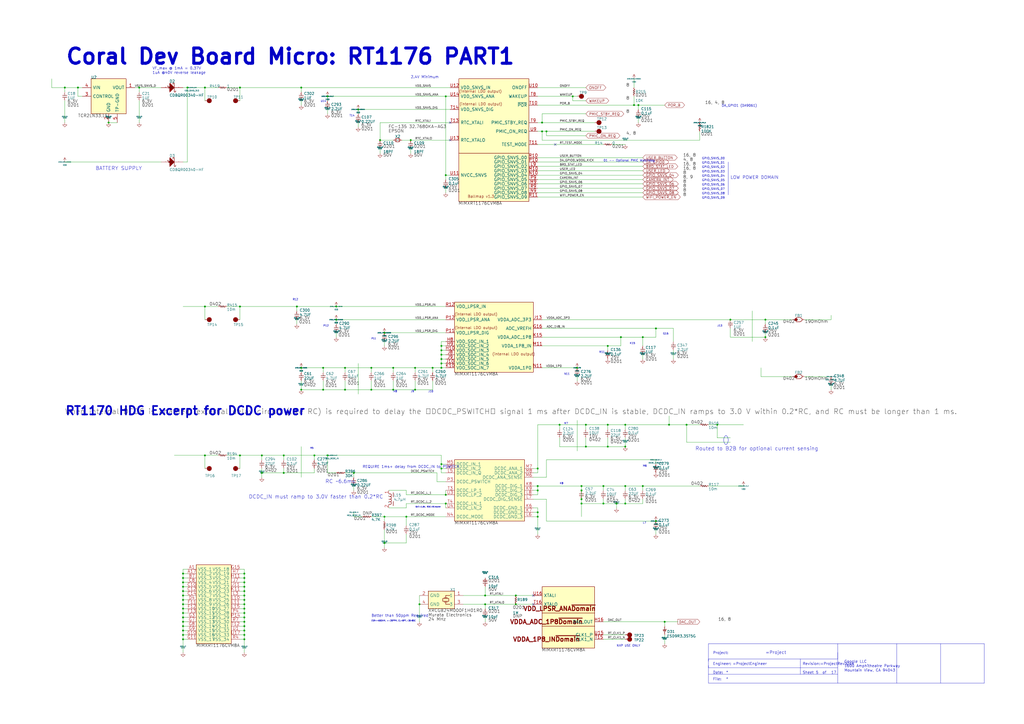
<source format=kicad_sch>
(kicad_sch (version 20230121) (generator eeschema)
  (paper "A2")
  (title_block (title "05 MIMXRT1170 PART1-SchDoc") (date "31 01 2024"))
  (junction (at 372.872 281.94))
  (junction (at 195.072 177.8))
  (junction (at 141.732 332.74))
  (junction (at 311.912 284.48))
  (junction (at 189.992 264.16))
  (junction (at 187.452 213.36))
  (junction (at 45.212 50.8))
  (junction (at 311.912 271.78))
  (junction (at 258.572 55.88))
  (junction (at 106.172 340.36))
  (junction (at 141.732 368.3))
  (junction (at 139.192 264.16))
  (junction (at 416.052 246.38))
  (junction (at 215.392 226.06))
  (junction (at 256.032 271.78))
  (junction (at 339.852 246.38))
  (junction (at 141.732 360.68))
  (junction (at 258.572 101.6))
  (junction (at 106.172 345.44))
  (junction (at 316.992 76.2))
  (junction (at 398.272 246.38))
  (junction (at 314.452 76.2))
  (junction (at 172.212 177.8))
  (junction (at 370.332 60.96))
  (junction (at 220.472 81.28))
  (junction (at 362.712 246.38))
  (junction (at 106.172 350.52))
  (junction (at 337.312 284.48))
  (junction (at 164.592 274.32))
  (junction (at 108.712 50.8))
  (junction (at 106.172 365.76))
  (junction (at 228.092 213.36))
  (junction (at 256.032 203.2))
  (junction (at 243.332 350.52))
  (junction (at 106.172 363.22))
  (junction (at 240.792 213.36))
  (junction (at 141.732 337.82))
  (junction (at 240.792 226.06))
  (junction (at 141.732 350.52))
  (junction (at 332.232 55.88))
  (junction (at 223.012 299.72))
  (junction (at 281.432 345.44))
  (junction (at 314.452 71.12))
  (junction (at 362.712 292.1))
  (junction (at 352.552 246.38))
  (junction (at 334.772 213.36))
  (junction (at 62.992 71.12))
  (junction (at 139.192 50.8))
  (junction (at 223.012 314.96))
  (junction (at 324.612 246.38))
  (junction (at 141.732 365.76))
  (junction (at 443.992 195.58))
  (junction (at 174.752 50.8))
  (junction (at 311.912 299.72))
  (junction (at 337.312 292.1))
  (junction (at 299.212 345.44))
  (junction (at 299.212 350.52))
  (junction (at 360.172 195.58))
  (junction (at 443.992 185.42))
  (junction (at 311.912 281.94))
  (junction (at 141.732 370.84))
  (junction (at 200.152 226.06))
  (junction (at 106.172 347.98))
  (junction (at 164.592 264.16))
  (junction (at 256.032 205.74))
  (junction (at 151.892 274.32))
  (junction (at 258.572 292.1))
  (junction (at 238.252 81.28))
  (junction (at 151.892 264.16))
  (junction (at 106.172 335.28))
  (junction (at 357.632 292.1))
  (junction (at 256.032 208.28))
  (junction (at 337.312 281.94))
  (junction (at 311.912 297.18))
  (junction (at 106.172 358.14))
  (junction (at 141.732 340.36))
  (junction (at 106.172 355.6))
  (junction (at 141.732 347.98))
  (junction (at 141.732 342.9))
  (junction (at 174.752 213.36))
  (junction (at 256.032 213.36))
  (junction (at 189.992 55.88))
  (junction (at 141.732 345.44))
  (junction (at 380.492 190.5))
  (junction (at 258.572 287.02))
  (junction (at 118.872 264.16))
  (junction (at 281.432 350.52))
  (junction (at 352.552 259.08))
  (junction (at 228.092 226.06))
  (junction (at 141.732 363.22))
  (junction (at 80.772 50.8))
  (junction (at 37.592 50.8))
  (junction (at 256.032 269.24))
  (junction (at 362.712 259.08))
  (junction (at 106.172 368.3))
  (junction (at 372.872 195.58))
  (junction (at 362.712 281.94))
  (junction (at 106.172 337.82))
  (junction (at 141.732 355.6))
  (junction (at 337.312 289.56))
  (junction (at 139.192 177.8))
  (junction (at 141.732 353.06))
  (junction (at 118.872 177.8))
  (junction (at 223.012 193.04))
  (junction (at 388.112 246.38))
  (junction (at 423.672 185.42))
  (junction (at 256.032 200.66))
  (junction (at 250.952 213.36))
  (junction (at 174.752 226.06))
  (junction (at 207.772 63.5))
  (junction (at 106.172 353.06))
  (junction (at 187.452 226.06))
  (junction (at 200.152 213.36))
  (junction (at 350.012 281.94))
  (junction (at 339.852 259.08))
  (junction (at 118.872 50.8))
  (junction (at 106.172 342.9))
  (junction (at 215.392 213.36))
  (junction (at 385.572 360.68))
  (junction (at 367.792 60.96))
  (junction (at 380.492 302.26))
  (junction (at 182.372 264.16))
  (junction (at 106.172 360.68))
  (junction (at 195.072 185.42))
  (junction (at 256.032 210.82))
  (junction (at 352.552 200.66))
  (junction (at 235.712 299.72))
  (junction (at 205.232 274.32))
  (junction (at 141.732 358.14))
  (junction (at 141.732 335.28))
  (junction (at 106.172 370.84))
  (junction (at 350.012 292.1))
  (junction (at 106.172 332.74))
  (no_connect (at 261.112 71.12))
  (no_connect (at 309.372 350.52))
  (no_connect (at 322.072 83.82))
  (no_connect (at 261.112 81.28))
  (no_connect (at 309.372 345.44))
  (wire (pts (xy 151.892 264.16) (xy 151.892 266.7)))
  (wire (pts (xy 174.752 215.9) (xy 174.752 213.36)))
  (wire (pts (xy 258.572 205.74) (xy 256.032 205.74)))
  (wire (pts (xy 139.192 342.9) (xy 141.732 342.9)))
  (wire (pts (xy 334.772 218.44) (xy 334.772 220.98)))
  (wire (pts (xy 139.192 365.76) (xy 141.732 365.76)))
  (wire (pts (xy 37.592 58.42) (xy 37.592 71.12)))
  (wire (pts (xy 370.332 68.58) (xy 370.332 71.12)))
  (wire (pts (xy 258.572 287.02) (xy 235.712 287.02)))
  (wire (pts (xy 372.872 114.3) (xy 311.912 114.3)))
  (wire (pts (xy 332.232 58.42) (xy 339.852 58.42)))
  (wire (pts (xy 108.712 50.8) (xy 106.172 50.8)))
  (wire (pts (xy 372.872 101.6) (xy 311.912 101.6)))
  (polyline (pts (xy 420.0906 253.7714) (xy 419.989 254.1016)))
  (wire (pts (xy 151.892 274.32) (xy 151.892 276.86)))
  (wire (pts (xy 337.312 292.1) (xy 350.012 292.1)))
  (wire (pts (xy 118.872 264.16) (xy 118.872 271.78)))
  (wire (pts (xy 207.772 210.82) (xy 207.772 228.6)))
  (wire (pts (xy 258.572 271.78) (xy 256.032 271.78)))
  (wire (pts (xy 352.552 200.66) (xy 314.452 200.66)))
  (wire (pts (xy 220.472 71.12) (xy 261.112 71.12)))
  (wire (pts (xy 316.992 76.2) (xy 314.452 76.2)))
  (polyline (pts (xy 422.2496 254.1016) (xy 422.148 253.7714)))
  (wire (pts (xy 324.612 259.08) (xy 339.852 259.08)))
  (wire (pts (xy 106.172 358.14) (xy 106.172 360.68)))
  (wire (pts (xy 106.172 358.14) (xy 108.712 358.14)))
  (wire (pts (xy 126.492 264.16) (xy 118.872 264.16)))
  (wire (pts (xy 250.952 220.98) (xy 250.952 226.06)))
  (wire (pts (xy 141.732 337.82) (xy 141.732 340.36)))
  (wire (pts (xy 350.012 281.94) (xy 337.312 281.94)))
  (polyline (pts (xy 410.972 391.16) (xy 485.902 391.16)))
  (polyline (pts (xy 420.2176 253.4666) (xy 420.0906 253.7714)))
  (wire (pts (xy 309.372 345.44) (xy 299.212 345.44)))
  (wire (pts (xy 223.012 193.04) (xy 258.572 193.04)))
  (wire (pts (xy 172.212 177.8) (xy 139.192 177.8)))
  (wire (pts (xy 223.012 299.72) (xy 223.012 302.26)))
  (wire (pts (xy 372.872 106.68) (xy 311.912 106.68)))
  (wire (pts (xy 261.112 50.8) (xy 174.752 50.8)))
  (wire (pts (xy 139.192 358.14) (xy 141.732 358.14)))
  (wire (pts (xy 182.372 274.32) (xy 164.592 274.32)))
  (wire (pts (xy 108.712 330.2) (xy 106.172 330.2)))
  (wire (pts (xy 195.072 274.32) (xy 189.992 274.32)))
  (wire (pts (xy 372.872 292.1) (xy 372.872 289.56)))
  (wire (pts (xy 141.732 368.3) (xy 139.192 368.3)))
  (wire (pts (xy 372.872 109.22) (xy 311.912 109.22)))
  (wire (pts (xy 187.452 215.9) (xy 187.452 213.36)))
  (polyline (pts (xy 422.3258 256.032) (xy 422.3766 255.651)))
  (wire (pts (xy 141.732 353.06) (xy 141.732 355.6)))
  (wire (pts (xy 235.712 284.48) (xy 225.552 284.48)))
  (polyline (pts (xy 422.021 253.4666) (xy 421.8686 253.2126)))
  (polyline (pts (xy 410.972 396.24) (xy 570.992 396.24)))
  (wire (pts (xy 258.572 101.6) (xy 258.572 104.14)))
  (wire (pts (xy 141.732 370.84) (xy 141.732 378.46)))
  (wire (pts (xy 118.872 177.8) (xy 106.172 177.8)))
  (wire (pts (xy 281.432 358.14) (xy 281.432 360.68)))
  (wire (pts (xy 80.772 71.12) (xy 80.772 58.42)))
  (wire (pts (xy 256.032 210.82) (xy 256.032 208.28)))
  (polyline (pts (xy 485.902 373.38) (xy 485.902 382.27)))
  (polyline (pts (xy 419.989 256.413) (xy 420.0906 256.7432)))
  (wire (pts (xy 385.572 60.96) (xy 370.332 60.96)))
  (wire (pts (xy 482.092 226.06) (xy 482.092 223.52)))
  (wire (pts (xy 344.932 76.2) (xy 316.992 76.2)))
  (polyline (pts (xy 420.37 257.302) (xy 420.5478 257.5306)))
  (polyline (pts (xy 421.8686 253.2126) (xy 421.6908 252.984)))
  (wire (pts (xy 388.112 246.38) (xy 362.712 246.38)))
  (wire (pts (xy 314.452 76.2) (xy 311.912 76.2)))
  (wire (pts (xy 311.912 246.38) (xy 311.912 271.78)))
  (wire (pts (xy 250.952 226.06) (xy 240.792 226.06)))
  (wire (pts (xy 187.452 226.06) (xy 174.752 226.06)))
  (wire (pts (xy 106.172 330.2) (xy 106.172 332.74)))
  (wire (pts (xy 380.492 190.5) (xy 390.652 190.5)))
  (wire (pts (xy 258.572 279.4) (xy 253.492 279.4)))
  (wire (pts (xy 253.492 279.4) (xy 253.492 274.32)))
  (wire (pts (xy 174.752 220.98) (xy 174.752 226.06)))
  (wire (pts (xy 314.452 81.28) (xy 405.892 81.28)))
  (wire (pts (xy 350.012 368.3) (xy 362.712 368.3)))
  (polyline (pts (xy 421.1066 252.73) (xy 420.9288 252.7554)))
  (polyline (pts (xy 422.3766 254.8636) (xy 422.3258 254.4826)))
  (polyline (pts (xy 410.972 396.24) (xy 410.972 373.38)))
  (wire (pts (xy 182.372 271.78) (xy 182.372 274.32)))
  (wire (pts (xy 256.032 274.32) (xy 258.572 274.32)))
  (wire (pts (xy 151.892 271.78) (xy 151.892 274.32)))
  (polyline (pts (xy 545.592 396.24) (xy 545.592 373.38)))
  (wire (pts (xy 141.732 335.28) (xy 141.732 337.82)))
  (polyline (pts (xy 421.513 252.8316) (xy 421.3098 252.7554)))
  (wire (pts (xy 141.732 353.06) (xy 139.192 353.06)))
  (wire (pts (xy 174.752 58.42) (xy 174.752 60.96)))
  (wire (pts (xy 258.572 101.6) (xy 261.112 101.6)))
  (polyline (pts (xy 410.972 382.27) (xy 410.972 383.54)))
  (wire (pts (xy 405.892 81.28) (xy 405.892 76.2)))
  (wire (pts (xy 108.712 363.22) (xy 106.172 363.22)))
  (wire (pts (xy 352.552 246.38) (xy 339.852 246.38)))
  (polyline (pts (xy 420.5478 252.984) (xy 420.37 253.2126)))
  (wire (pts (xy 370.332 60.96) (xy 367.792 60.96)))
  (wire (pts (xy 258.572 203.2) (xy 256.032 203.2)))
  (wire (pts (xy 182.372 264.16) (xy 189.992 264.16)))
  (wire (pts (xy 324.612 254) (xy 324.612 259.08)))
  (wire (pts (xy 45.212 55.88) (xy 47.752 55.88)))
  (wire (pts (xy 258.572 200.66) (xy 256.032 200.66)))
  (wire (pts (xy 228.092 213.36) (xy 215.392 213.36)))
  (wire (pts (xy 235.712 299.72) (xy 235.712 304.8)))
  (wire (pts (xy 352.552 248.92) (xy 352.552 246.38)))
  (wire (pts (xy 80.772 50.8) (xy 78.232 50.8)))
  (wire (pts (xy 256.032 269.24) (xy 256.032 271.78)))
  (polyline (pts (xy 421.132 257.81) (xy 421.3098 257.7592)))
  (wire (pts (xy 141.732 355.6) (xy 141.732 358.14)))
  (wire (pts (xy 62.992 71.12) (xy 68.072 71.12)))
  (wire (pts (xy 405.892 281.94) (xy 372.872 281.94)))
  (wire (pts (xy 139.192 177.8) (xy 131.572 177.8)))
  (wire (pts (xy 131.572 264.16) (xy 139.192 264.16)))
  (wire (pts (xy 235.712 299.72) (xy 223.012 299.72)))
  (wire (pts (xy 256.032 271.78) (xy 256.032 274.32)))
  (wire (pts (xy 47.752 50.8) (xy 45.212 50.8)))
  (wire (pts (xy 228.092 215.9) (xy 228.092 213.36)))
  (wire (pts (xy 250.952 215.9) (xy 250.952 213.36)))
  (wire (pts (xy 398.272 246.38) (xy 388.112 246.38)))
  (polyline (pts (xy 421.513 257.683) (xy 421.6908 257.5306)))
  (wire (pts (xy 370.332 63.5) (xy 370.332 60.96)))
  (wire (pts (xy 223.012 299.72) (xy 215.392 299.72)))
  (wire (pts (xy 436.372 180.34) (xy 436.372 198.12)))
  (wire (pts (xy 334.772 55.88) (xy 332.232 55.88)))
  (wire (pts (xy 372.872 205.74) (xy 372.872 208.28)))
  (wire (pts (xy 139.192 50.8) (xy 139.192 58.42)))
  (wire (pts (xy 118.872 185.42) (xy 118.872 177.8)))
  (wire (pts (xy 106.172 342.9) (xy 108.712 342.9)))
  (wire (pts (xy 316.992 76.2) (xy 316.992 78.74)))
  (wire (pts (xy 205.232 281.94) (xy 205.232 284.48)))
  (polyline (pts (xy 422.3766 255.651) (xy 422.402 255.2446)))
  (wire (pts (xy 174.752 50.8) (xy 174.752 53.34)))
  (wire (pts (xy 339.852 254) (xy 339.852 259.08)))
  (wire (pts (xy 164.592 264.16) (xy 182.372 264.16)))
  (wire (pts (xy 29.972 50.8) (xy 29.972 45.72)))
  (wire (pts (xy 243.332 360.68) (xy 243.332 350.52)))
  (wire (pts (xy 314.452 66.04) (xy 314.452 71.12)))
  (wire (pts (xy 106.172 340.36) (xy 106.172 342.9)))
  (polyline (pts (xy 570.992 396.24) (xy 570.992 373.38)))
  (wire (pts (xy 256.032 198.12) (xy 258.572 198.12)))
  (wire (pts (xy 139.192 264.16) (xy 151.892 264.16)))
  (wire (pts (xy 357.632 292.1) (xy 357.632 294.64)))
  (polyline (pts (xy 419.862 255.651) (xy 419.9128 256.032)))
  (wire (pts (xy 372.872 281.94) (xy 362.712 281.94)))
  (wire (pts (xy 258.572 294.64) (xy 258.572 292.1)))
  (wire (pts (xy 372.872 104.14) (xy 311.912 104.14)))
  (wire (pts (xy 80.772 53.34) (xy 80.772 50.8)))
  (polyline (pts (xy 422.148 253.7714) (xy 422.021 253.4666)))
  (wire (pts (xy 108.712 345.44) (xy 106.172 345.44)))
  (wire (pts (xy 309.372 281.94) (xy 311.912 281.94)))
  (wire (pts (xy 416.052 254) (xy 423.672 254)))
  (wire (pts (xy 258.572 269.24) (xy 256.032 269.24)))
  (wire (pts (xy 337.312 289.56) (xy 337.312 292.1)))
  (polyline (pts (xy 419.9128 254.4826) (xy 419.862 254.8636)))
  (wire (pts (xy 215.392 213.36) (xy 200.152 213.36)))
  (wire (pts (xy 220.472 81.28) (xy 220.472 71.12)))
  (wire (pts (xy 311.912 294.64) (xy 311.912 297.18)))
  (wire (pts (xy 106.172 368.3) (xy 106.172 370.84)))
  (polyline (pts (xy 421.3098 252.7554) (xy 421.1066 252.73)))
  (wire (pts (xy 324.612 248.92) (xy 324.612 246.38)))
  (wire (pts (xy 258.572 55.88) (xy 189.992 55.88)))
  (polyline (pts (xy 419.9128 256.032) (xy 419.989 256.413)))
  (wire (pts (xy 360.172 195.58) (xy 360.172 200.66)))
  (wire (pts (xy 385.572 368.3) (xy 385.572 373.38)))
  (wire (pts (xy 350.012 292.1) (xy 357.632 292.1)))
  (wire (pts (xy 398.272 256.54) (xy 398.272 246.38)))
  (wire (pts (xy 332.232 55.88) (xy 332.232 58.42)))
  (wire (pts (xy 106.172 350.52) (xy 108.712 350.52)))
  (wire (pts (xy 441.452 213.36) (xy 441.452 218.44)))
  (wire (pts (xy 106.172 345.44) (xy 106.172 347.98)))
  (wire (pts (xy 314.452 76.2) (xy 314.452 81.28)))
  (wire (pts (xy 108.712 50.8) (xy 108.712 93.98)))
  (wire (pts (xy 215.392 226.06) (xy 200.152 226.06)))
  (wire (pts (xy 195.072 193.04) (xy 195.072 195.58)))
  (wire (pts (xy 350.012 370.84) (xy 362.712 370.84)))
  (wire (pts (xy 243.332 350.52) (xy 243.332 345.44)))
  (wire (pts (xy 311.912 299.72) (xy 311.912 309.88)))
  (wire (pts (xy 37.592 50.8) (xy 29.972 50.8)))
  (wire (pts (xy 258.572 185.42) (xy 195.072 185.42)))
  (wire (pts (xy 220.472 86.36) (xy 220.472 88.9)))
  (wire (pts (xy 108.712 355.6) (xy 106.172 355.6)))
  (wire (pts (xy 309.372 294.64) (xy 311.912 294.64)))
  (wire (pts (xy 106.172 355.6) (xy 106.172 358.14)))
  (wire (pts (xy 106.172 365.76) (xy 106.172 368.3)))
  (wire (pts (xy 334.772 243.84) (xy 334.772 261.62)))
  (wire (pts (xy 339.852 66.04) (xy 314.452 66.04)))
  (wire (pts (xy 309.372 284.48) (xy 311.912 284.48)))
  (wire (pts (xy 314.452 71.12) (xy 344.932 71.12)))
  (polyline (pts (xy 421.8686 257.302) (xy 422.021 257.048)))
  (wire (pts (xy 256.032 205.74) (xy 256.032 203.2)))
  (wire (pts (xy 118.872 50.8) (xy 118.872 58.42)))
  (wire (pts (xy 367.792 55.88) (xy 367.792 60.96)))
  (wire (pts (xy 372.872 99.06) (xy 311.912 99.06)))
  (polyline (pts (xy 422.148 256.7432) (xy 422.2496 256.413)))
  (wire (pts (xy 141.732 345.44) (xy 141.732 347.98)))
  (wire (pts (xy 281.432 350.52) (xy 268.732 350.52)))
  (wire (pts (xy 256.032 213.36) (xy 256.032 210.82)))
  (wire (pts (xy 423.672 190.5) (xy 423.672 195.58)))
  (wire (pts (xy 235.712 292.1) (xy 235.712 294.64)))
  (wire (pts (xy 93.472 93.98) (xy 37.592 93.98)))
  (wire (pts (xy 311.912 71.12) (xy 314.452 71.12)))
  (polyline (pts (xy 421.6908 252.984) (xy 421.513 252.8316)))
  (wire (pts (xy 337.312 292.1) (xy 337.312 299.72)))
  (wire (pts (xy 151.892 264.16) (xy 164.592 264.16)))
  (wire (pts (xy 238.252 86.36) (xy 238.252 88.9)))
  (wire (pts (xy 235.712 294.64) (xy 225.552 294.64)))
  (wire (pts (xy 309.372 299.72) (xy 311.912 299.72)))
  (wire (pts (xy 141.732 363.22) (xy 139.192 363.22)))
  (wire (pts (xy 139.192 264.16) (xy 139.192 271.78)))
  (wire (pts (xy 108.712 353.06) (xy 106.172 353.06)))
  (wire (pts (xy 106.172 335.28) (xy 108.712 335.28)))
  (polyline (pts (xy 485.902 382.27) (xy 410.972 382.27)))
  (wire (pts (xy 311.912 271.78) (xy 311.912 274.32)))
  (wire (pts (xy 139.192 335.28) (xy 141.732 335.28)))
  (wire (pts (xy 141.732 350.52) (xy 141.732 353.06)))
  (wire (pts (xy 238.252 81.28) (xy 233.172 81.28)))
  (polyline (pts (xy 420.37 253.2126) (xy 420.2176 253.4666)))
  (wire (pts (xy 141.732 363.22) (xy 141.732 365.76)))
  (wire (pts (xy 311.912 297.18) (xy 311.912 299.72)))
  (wire (pts (xy 431.292 281.94) (xy 410.972 281.94)))
  (wire (pts (xy 332.232 55.88) (xy 311.912 55.88)))
  (wire (pts (xy 106.172 332.74) (xy 106.172 335.28)))
  (polyline (pts (xy 419.989 254.1016) (xy 419.9128 254.4826)))
  (wire (pts (xy 362.712 254) (xy 362.712 259.08)))
  (wire (pts (xy 352.552 200.66) (xy 352.552 203.2)))
  (wire (pts (xy 350.012 360.68) (xy 385.572 360.68)))
  (wire (pts (xy 316.992 78.74) (xy 339.852 78.74)))
  (wire (pts (xy 352.552 254) (xy 352.552 259.08)))
  (wire (pts (xy 380.492 195.58) (xy 380.492 190.5)))
  (wire (pts (xy 106.172 335.28) (xy 106.172 337.82)))
  (wire (pts (xy 37.592 50.8) (xy 37.592 53.34)))
  (wire (pts (xy 362.712 289.56) (xy 362.712 292.1)))
  (wire (pts (xy 228.092 226.06) (xy 228.092 220.98)))
  (polyline (pts (xy 420.9288 257.7592) (xy 421.132 257.81)))
  (wire (pts (xy 309.372 276.86) (xy 316.992 276.86)))
  (wire (pts (xy 339.852 248.92) (xy 339.852 246.38)))
  (wire (pts (xy 108.712 360.68) (xy 106.172 360.68)))
  (wire (pts (xy 108.712 370.84) (xy 106.172 370.84)))
  (wire (pts (xy 187.452 220.98) (xy 187.452 226.06)))
  (wire (pts (xy 309.372 271.78) (xy 311.912 271.78)))
  (wire (pts (xy 316.992 289.56) (xy 316.992 302.26)))
  (polyline (pts (xy 419.862 254.8636) (xy 419.862 255.27)))
  (wire (pts (xy 200.152 213.36) (xy 187.452 213.36)))
  (polyline (pts (xy 420.2176 257.048) (xy 420.37 257.302)))
  (wire (pts (xy 281.432 350.52) (xy 281.432 353.06)))
  (wire (pts (xy 174.752 50.8) (xy 139.192 50.8)))
  (wire (pts (xy 256.032 264.16) (xy 256.032 269.24)))
  (wire (pts (xy 207.772 71.12) (xy 207.772 73.66)))
  (wire (pts (xy 388.112 246.38) (xy 388.112 241.3)))
  (wire (pts (xy 314.452 190.5) (xy 380.492 190.5)))
  (polyline (pts (xy 419.862 255.27) (xy 419.862 255.651)))
  (wire (pts (xy 339.852 50.8) (xy 311.912 50.8)))
  (polyline (pts (xy 422.402 113.03) (xy 422.402 93.98)))
  (wire (pts (xy 362.712 281.94) (xy 362.712 284.48)))
  (wire (pts (xy 258.572 210.82) (xy 256.032 210.82)))
  (wire (pts (xy 258.572 213.36) (xy 256.032 213.36)))
  (wire (pts (xy 240.792 226.06) (xy 228.092 226.06)))
  (wire (pts (xy 215.392 215.9) (xy 215.392 213.36)))
  (wire (pts (xy 172.212 185.42) (xy 172.212 187.96)))
  (wire (pts (xy 172.212 177.8) (xy 172.212 180.34)))
  (wire (pts (xy 235.712 287.02) (xy 235.712 284.48)))
  (wire (pts (xy 281.432 345.44) (xy 268.732 345.44)))
  (polyline (pts (xy 422.2496 256.413) (xy 422.3258 256.032)))
  (wire (pts (xy 385.572 360.68) (xy 385.572 363.22)))
  (wire (pts (xy 350.012 83.82) (xy 311.912 83.82)))
  (wire (pts (xy 482.092 185.42) (xy 482.092 182.88)))
  (wire (pts (xy 141.732 340.36) (xy 139.192 340.36)))
  (wire (pts (xy 223.012 198.12) (xy 223.012 200.66)))
  (wire (pts (xy 443.992 185.42) (xy 423.672 185.42)))
  (wire (pts (xy 256.032 200.66) (xy 256.032 198.12)))
  (wire (pts (xy 250.952 213.36) (xy 240.792 213.36)))
  (wire (pts (xy 362.712 246.38) (xy 352.552 246.38)))
  (wire (pts (xy 228.092 226.06) (xy 215.392 226.06)))
  (wire (pts (xy 106.172 365.76) (xy 108.712 365.76)))
  (wire (pts (xy 459.232 185.42) (xy 443.992 185.42)))
  (wire (pts (xy 405.892 246.38) (xy 398.272 246.38)))
  (wire (pts (xy 380.492 309.88) (xy 380.492 307.34)))
  (wire (pts (xy 108.712 50.8) (xy 118.872 50.8)))
  (wire (pts (xy 372.872 91.44) (xy 311.912 91.44)))
  (wire (pts (xy 106.172 350.52) (xy 106.172 353.06)))
  (wire (pts (xy 362.712 292.1) (xy 372.872 292.1)))
  (polyline (pts (xy 422.3258 254.4826) (xy 422.2496 254.1016)))
  (wire (pts (xy 141.732 345.44) (xy 139.192 345.44)))
  (wire (pts (xy 200.152 215.9) (xy 200.152 213.36)))
  (wire (pts (xy 416.052 246.38) (xy 416.052 254)))
  (wire (pts (xy 372.872 93.98) (xy 311.912 93.98)))
  (wire (pts (xy 164.592 264.16) (xy 164.592 266.7)))
  (wire (pts (xy 106.172 363.22) (xy 106.172 365.76)))
  (wire (pts (xy 256.032 203.2) (xy 256.032 200.66)))
  (wire (pts (xy 316.992 276.86) (xy 316.992 266.7)))
  (wire (pts (xy 205.232 299.72) (xy 210.312 299.72)))
  (wire (pts (xy 240.792 215.9) (xy 240.792 213.36)))
  (wire (pts (xy 258.572 109.22) (xy 258.572 111.76)))
  (wire (pts (xy 385.572 360.68) (xy 393.192 360.68)))
  (wire (pts (xy 141.732 347.98) (xy 139.192 347.98)))
  (polyline (pts (xy 420.5478 257.5306) (xy 420.7256 257.683)))
  (wire (pts (xy 164.592 274.32) (xy 164.592 271.78)))
  (wire (pts (xy 141.732 360.68) (xy 141.732 363.22)))
  (wire (pts (xy 141.732 365.76) (xy 141.732 368.3)))
  (wire (pts (xy 106.172 353.06) (xy 106.172 355.6)))
  (polyline (pts (xy 422.402 255.2446) (xy 422.3766 254.8636)))
  (wire (pts (xy 352.552 259.08) (xy 362.712 259.08)))
  (wire (pts (xy 195.072 185.42) (xy 195.072 187.96)))
  (wire (pts (xy 281.432 345.44) (xy 281.432 340.36)))
  (polyline (pts (xy 485.902 396.24) (xy 485.902 391.16)))
  (wire (pts (xy 108.712 347.98) (xy 106.172 347.98)))
  (wire (pts (xy 118.872 264.16) (xy 101.092 264.16)))
  (wire (pts (xy 299.212 350.52) (xy 281.432 350.52)))
  (polyline (pts (xy 420.0906 256.7432) (xy 420.2176 257.048)))
  (wire (pts (xy 443.992 193.04) (xy 443.992 195.58)))
  (wire (pts (xy 139.192 350.52) (xy 141.732 350.52)))
  (wire (pts (xy 339.852 259.08) (xy 352.552 259.08)))
  (wire (pts (xy 339.852 246.38) (xy 324.612 246.38)))
  (wire (pts (xy 314.452 213.36) (xy 334.772 213.36)))
  (wire (pts (xy 416.052 246.38) (xy 410.972 246.38)))
  (wire (pts (xy 443.992 185.42) (xy 443.992 187.96)))
  (wire (pts (xy 200.152 226.06) (xy 200.152 220.98)))
  (wire (pts (xy 235.712 314.96) (xy 223.012 314.96)))
  (wire (pts (xy 372.872 111.76) (xy 311.912 111.76)))
  (wire (pts (xy 311.912 281.94) (xy 311.912 284.48)))
  (wire (pts (xy 423.672 195.58) (xy 443.992 195.58)))
  (wire (pts (xy 187.452 213.36) (xy 174.752 213.36)))
  (polyline (pts (xy 420.7256 252.8316) (xy 420.5478 252.984)))
  (wire (pts (xy 261.112 81.28) (xy 238.252 81.28)))
  (wire (pts (xy 314.452 195.58) (xy 360.172 195.58)))
  (wire (pts (xy 189.992 264.16) (xy 256.032 264.16)))
  (wire (pts (xy 205.232 297.18) (xy 205.232 299.72)))
  (wire (pts (xy 141.732 342.9) (xy 141.732 345.44)))
  (polyline (pts (xy 410.972 373.38) (xy 570.992 373.38)))
  (wire (pts (xy 362.712 83.82) (xy 355.092 83.82)))
  (wire (pts (xy 390.652 203.2) (xy 390.652 208.28)))
  (wire (pts (xy 309.372 289.56) (xy 316.992 289.56)))
  (wire (pts (xy 108.712 340.36) (xy 106.172 340.36)))
  (wire (pts (xy 324.612 246.38) (xy 311.912 246.38)))
  (wire (pts (xy 240.792 213.36) (xy 228.092 213.36)))
  (wire (pts (xy 309.372 350.52) (xy 299.212 350.52)))
  (wire (pts (xy 367.792 60.96) (xy 311.912 60.96)))
  (wire (pts (xy 139.192 332.74) (xy 141.732 332.74)))
  (polyline (pts (xy 410.972 387.35) (xy 410.972 386.08)))
  (polyline (pts (xy 464.312 391.16) (xy 464.312 382.27)))
  (wire (pts (xy 223.012 314.96) (xy 223.012 307.34)))
  (wire (pts (xy 139.192 185.42) (xy 139.192 177.8)))
  (wire (pts (xy 256.032 213.36) (xy 250.952 213.36)))
  (wire (pts (xy 139.192 50.8) (xy 131.572 50.8)))
  (wire (pts (xy 106.172 360.68) (xy 106.172 363.22)))
  (polyline (pts (xy 420.7256 257.683) (xy 420.9288 257.7592)))
  (wire (pts (xy 215.392 220.98) (xy 215.392 226.06)))
  (wire (pts (xy 311.912 274.32) (xy 309.372 274.32)))
  (wire (pts (xy 357.632 292.1) (xy 362.712 292.1)))
  (wire (pts (xy 423.672 185.42) (xy 314.452 185.42)))
  (polyline (pts (xy 422.021 257.048) (xy 422.148 256.7432)))
  (wire (pts (xy 164.592 274.32) (xy 151.892 274.32)))
  (wire (pts (xy 141.732 330.2) (xy 139.192 330.2)))
  (wire (pts (xy 441.452 218.44) (xy 459.232 218.44)))
  (wire (pts (xy 482.092 218.44) (xy 466.852 218.44)))
  (wire (pts (xy 189.992 55.88) (xy 189.992 58.42)))
  (wire (pts (xy 205.232 274.32) (xy 200.152 274.32)))
  (wire (pts (xy 258.572 284.48) (xy 258.572 287.02)))
  (wire (pts (xy 141.732 360.68) (xy 139.192 360.68)))
  (wire (pts (xy 256.032 208.28) (xy 256.032 205.74)))
  (wire (pts (xy 228.092 81.28) (xy 220.472 81.28)))
  (wire (pts (xy 141.732 337.82) (xy 139.192 337.82)))
  (wire (pts (xy 106.172 337.82) (xy 106.172 340.36)))
  (wire (pts (xy 316.992 266.7) (xy 380.492 266.7)))
  (wire (pts (xy 126.492 50.8) (xy 118.872 50.8)))
  (polyline (pts (xy 421.6908 257.5306) (xy 421.8686 257.302)))
  (polyline (pts (xy 420.9288 252.7554) (xy 420.7256 252.8316)))
  (wire (pts (xy 362.712 281.94) (xy 350.012 281.94)))
  (wire (pts (xy 390.652 190.5) (xy 390.652 198.12)))
  (wire (pts (xy 372.872 281.94) (xy 372.872 284.48)))
  (wire (pts (xy 253.492 274.32) (xy 205.232 274.32)))
  (wire (pts (xy 311.912 284.48) (xy 311.912 287.02)))
  (wire (pts (xy 372.872 96.52) (xy 311.912 96.52)))
  (wire (pts (xy 106.172 342.9) (xy 106.172 345.44)))
  (polyline (pts (xy 421.3098 257.7592) (xy 421.513 257.683)))
  (wire (pts (xy 108.712 337.82) (xy 106.172 337.82)))
  (wire (pts (xy 108.712 368.3) (xy 106.172 368.3)))
  (wire (pts (xy 337.312 281.94) (xy 311.912 281.94)))
  (wire (pts (xy 423.672 256.54) (xy 398.272 256.54)))
  (wire (pts (xy 207.772 63.5) (xy 207.772 66.04)))
  (wire (pts (xy 141.732 370.84) (xy 139.192 370.84)))
  (polyline (pts (xy 485.902 387.35) (xy 410.972 387.35)))
  (wire (pts (xy 311.912 287.02) (xy 309.372 287.02)))
  (wire (pts (xy 261.112 55.88) (xy 258.572 55.88)))
  (wire (pts (xy 350.012 289.56) (xy 350.012 292.1)))
  (wire (pts (xy 37.592 50.8) (xy 45.212 50.8)))
  (wire (pts (xy 431.292 246.38) (xy 416.052 246.38)))
  (wire (pts (xy 337.312 284.48) (xy 337.312 289.56)))
  (wire (pts (xy 466.852 185.42) (xy 482.092 185.42)))
  (wire (pts (xy 299.212 345.44) (xy 281.432 345.44)))
  (wire (pts (xy 45.212 50.8) (xy 45.212 55.88)))
  (wire (pts (xy 316.992 302.26) (xy 380.492 302.26)))
  (wire (pts (xy 337.312 281.94) (xy 337.312 284.48)))
  (wire (pts (xy 380.492 266.7) (xy 380.492 269.24)))
  (wire (pts (xy 235.712 309.88) (xy 235.712 314.96)))
  (wire (pts (xy 141.732 340.36) (xy 141.732 342.9)))
  (wire (pts (xy 189.992 274.32) (xy 189.992 264.16)))
  (wire (pts (xy 141.732 332.74) (xy 141.732 335.28)))
  (wire (pts (xy 258.572 299.72) (xy 235.712 299.72)))
  (wire (pts (xy 141.732 368.3) (xy 141.732 370.84)))
  (wire (pts (xy 195.072 177.8) (xy 172.212 177.8)))
  (wire (pts (xy 141.732 355.6) (xy 139.192 355.6)))
  (wire (pts (xy 106.172 370.84) (xy 106.172 378.46)))
  (polyline (pts (xy 485.902 378.46) (xy 485.902 387.35)))
  (wire (pts (xy 360.172 195.58) (xy 372.872 195.58)))
  (wire (pts (xy 258.572 177.8) (xy 195.072 177.8)))
  (wire (pts (xy 223.012 317.5) (xy 223.012 314.96)))
  (wire (pts (xy 174.752 259.08) (xy 174.752 276.86)))
  (wire (pts (xy 362.712 246.38) (xy 362.712 248.92)))
  (wire (pts (xy 189.992 63.5) (xy 189.992 66.04)))
  (wire (pts (xy 106.172 347.98) (xy 106.172 350.52)))
  (wire (pts (xy 258.572 292.1) (xy 235.712 292.1)))
  (wire (pts (xy 261.112 63.5) (xy 207.772 63.5)))
  (wire (pts (xy 367.792 45.72) (xy 367.792 50.8)))
  (polyline (pts (xy 520.192 396.24) (xy 520.192 373.38)))
  (wire (pts (xy 108.712 332.74) (xy 106.172 332.74)))
  (wire (pts (xy 141.732 358.14) (xy 141.732 360.68)))
  (wire (pts (xy 258.572 208.28) (xy 256.032 208.28)))
  (wire (pts (xy 258.572 55.88) (xy 258.572 101.6)))
  (wire (pts (xy 205.232 274.32) (xy 205.232 276.86)))
  (wire (pts (xy 126.492 177.8) (xy 118.872 177.8)))
  (polyline (pts (xy 485.902 391.16) (xy 485.902 387.35)))
  (wire (pts (xy 360.172 200.66) (xy 352.552 200.66)))
  (wire (pts (xy 93.472 50.8) (xy 80.772 50.8)))
  (wire (pts (xy 141.732 347.98) (xy 141.732 350.52)))
  (wire (pts (xy 240.792 220.98) (xy 240.792 226.06)))
  (wire (pts (xy 350.012 281.94) (xy 350.012 284.48)))
  (wire (pts (xy 372.872 195.58) (xy 372.872 200.66)))
  (wire (pts (xy 182.372 266.7) (xy 182.372 264.16)))
  (wire (pts (xy 200.152 226.06) (xy 187.452 226.06)))
  (wire (pts (xy 309.372 297.18) (xy 311.912 297.18)))
  (wire (pts (xy 141.732 332.74) (xy 141.732 330.2)))
  (wire (pts (xy 372.872 195.58) (xy 380.492 195.58)))
  (wire (pts (xy 108.712 93.98) (xy 106.172 93.98)))
  (text "R12" (at 169.672 174.498 0) (effects (font (size 1.0668 1.0668)) (justify left bottom)))
  (text "M7" (at 327.152 246.38 0) (effects (font (size 1.0668 1.0668)) (justify left bottom)))
  (text "ESR<=60OHM, +-20PPM, CL=8PF,-30~85C" (at 215.392 360.68 0) (effects (font (size 0.762 0.762)) (justify left bottom)))
  (text "GPIO_SNVS_00" (at 407.162 92.71 0) (effects (font (size 1.2192 1.2192)) (justify left bottom)))
  (text "J13" (at 416.052 189.738 0) (effects (font (size 1.0668 1.0668)) (justify left bottom)))
  (text "GPIO_SNVS_09" (at 407.162 115.57 0) (effects (font (size 1.2192 1.2192)) (justify left bottom)))
  (text "File:" (at 413.512 394.97 0) (effects (font (size 1.524 1.524)) (justify left bottom)))
  (text "H8" (at 228.092 227.838 0) (effects (font (size 1.0668 1.0668)) (justify left bottom)))
  (text "Date:" (at 413.512 391.16 0) (effects (font (size 1.524 1.524)) (justify left bottom)))
  (text "Mountain View, CA 94043" (at 489.712 389.89 0) (effects (font (size 1.524 1.524)) (justify left bottom)))
  (text "J9" (at 238.252 227.838 0) (effects (font (size 1.0668 1.0668)) (justify left bottom)))
  (text "VF_max @ 1mA = 0.37V" (at 88.392 40.64 0) (effects (font (size 1.524 1.524)) (justify left bottom)))
  (text "1600 Amphitheatre Parkway" (at 489.712 387.35 0) (effects (font (size 1.524 1.524)) (justify left bottom)))
  (text "T14" (at 202.692 67.818 0) (effects (font (size 1.0668 1.0668)) (justify left bottom)))
  (text "K15" (at 365.252 199.898 0) (effects (font (size 1.0668 1.0668)) (justify left bottom)))
  (text "of" (at 477.012 391.16 0) (effects (font (size 1.524 1.524)) (justify left bottom)))
  (text "GPIO_SNVS_08" (at 407.162 113.03 0) (effects (font (size 1.2192 1.2192)) (justify left bottom)))
  (text "K8" (at 324.612 281.178 0) (effects (font (size 1.0668 1.0668)) (justify left bottom)))
  (text "RC ~6.6ms" (at 188.722 280.67 0) (effects (font (size 2.1336 2.1336)) (justify left bottom)))
  (text "*" (at 421.132 394.97 0) (effects (font (size 1.524 1.524)) (justify left bottom)))
  (text "M6" (at 372.872 271.018 0) (effects (font (size 1.0668 1.0668)) (justify left bottom)))
  (text "GPIO_SNVS_07" (at 407.162 110.49 0) (effects (font (size 1.2192 1.2192)) (justify left bottom)))
  (text "N11" (at 327.152 217.678 0) (effects (font (size 1.0668 1.0668)) (justify left bottom)))
  (text "Project:" (at 413.512 379.73 0) (effects (font (size 1.524 1.524)) (justify left bottom)))
  (text "ISAT=1.9A, RDC=91mohm" (at 240.792 294.64 0) (effects (font (size 0.762 0.762)) (justify left bottom)))
  (text "P12" (at 187.452 189.738 0) (effects (font (size 1.0668 1.0668)) (justify left bottom)))
  (text "=Project" (at 443.992 379.73 0) (effects (font (size 1.8288 1.8288)) (justify left bottom)))
  (text "Engineer:" (at 413.512 386.08 0) (effects (font (size 1.524 1.524)) (justify left bottom)))
  (text "LOW POWER DOMAIN" (at 423.672 104.14 0) (effects (font (size 1.8288 1.8288)) (justify left bottom)))
  (text "DA_GPIO1 (DA9061)" (at 418.592 62.23 0) (effects (font (size 1.3716 1.3716)) (justify left bottom)))
  (text "M11" (at 347.472 204.978 0) (effects (font (size 1.0668 1.0668)) (justify left bottom)))
  (text "5" (at 473.202 391.16 0) (effects (font (size 1.524 1.524)) (justify left bottom)))
  (text "1uA @40V reverse leakage" (at 88.392 43.18 0) (effects (font (size 1.524 1.524)) (justify left bottom)))
  (text "M5" (at 179.832 260.604 0) (effects (font (size 0.9144 0.9144)) (justify left bottom)))
  (text "Better than 50ppm Required" (at 215.392 358.14 0) (effects (font (size 1.524 1.524)) (justify left bottom)))
  (text "GPIO_SNVS_02" (at 407.162 97.79 0) (effects (font (size 1.2192 1.2192)) (justify left bottom)))
  (text "=ProjectEngineer" (at 424.942 386.08 0) (effects (font (size 1.524 1.524)) (justify left bottom)))
  (text "Coral Dev Board Micro: RT1176 PART1" (at 37.592 38.1 0) (effects (font (size 8.8392 8.8392) (thickness 1.7678) bold) (justify left bottom)))
  (text "Sheet" (at 465.582 391.16 0) (effects (font (size 1.524 1.524)) (justify left bottom)))
  (text "J10" (at 248.412 227.838 0) (effects (font (size 1.0668 1.0668)) (justify left bottom)))
  (text "GPIO_SNVS_04" (at 407.162 102.87 0) (effects (font (size 1.2192 1.2192)) (justify left bottom)))
  (text "U14" (at 185.928 59.436 0) (effects (font (size 1.0668 1.0668)) (justify left bottom)))
  (text "L7" (at 372.872 304.038 0) (effects (font (size 1.0668 1.0668)) (justify left bottom)))
  (text "GPIO_SNVS_03" (at 407.162 100.33 0) (effects (font (size 1.2192 1.2192)) (justify left bottom)))
  (text "GPIO_SNVS_06" (at 407.162 107.95 0) (effects (font (size 1.2192 1.2192)) (justify left bottom)))
  (text "17" (at 482.092 391.16 0) (effects (font (size 1.524 1.524)) (justify left bottom)))
  (text "Revision:" (at 465.582 386.08 0) (effects (font (size 1.524 1.524)) (justify left bottom)))
  (text "Google LLC" (at 489.712 384.81 0) (effects (font (size 1.524 1.524)) (justify left bottom)))
  (text "RT1170 HDG Excerpt for DCDC power" (at 37.592 241.3 0) (effects (font (size 4.8768 4.8768) (thickness 0.9754) bold) (justify left bottom)))
  (text "BATTERY SUPPLY" (at 55.372 99.06 0) (effects (font (size 2.1336 2.1336)) (justify left bottom)))
  (text "*" (at 421.132 391.16 0) (effects (font (size 1.524 1.524)) (justify left bottom)))
  (text "=ProjectRevision" (at 475.742 386.08 0) (effects (font (size 1.524 1.524)) (justify left bottom)))
  (text "P11" (at 215.392 197.104 0) (effects (font (size 0.9144 0.9144)) (justify left bottom)))
  (text "DCDC_IN must ramp to 3.0V faster than 0.2*RC" (at 144.272 289.56 0) (effects (font (size 2.1336 2.1336)) (justify left bottom)))
  (text "Routed to B2B for optional current sensing" (at 403.352 261.62 0) (effects (font (size 2.1336 2.1336)) (justify left bottom)))
  (text "GPIO_SNVS_05" (at 407.162 105.41 0) (effects (font (size 1.2192 1.2192)) (justify left bottom)))
  (text "01 -- Optional PMIC Watchdog" (at 350.012 93.98 0) (effects (font (size 1.2192 1.2192)) (justify left bottom)))
  (text "REQUIRE 1ms+ delay from DCDC_IN to PSWITCH" (at 210.312 271.78 0) (effects (font (size 1.524 1.524)) (justify left bottom)))
  (text "GPIO_SNVS_01" (at 407.162 95.25 0) (effects (font (size 1.2192 1.2192)) (justify left bottom)))
  (text "2.4V Minimum" (at 238.252 45.72 0) (effects (font (size 1.524 1.524)) (justify left bottom)))
  (text "G16" (at 384.556 194.31 0) (effects (font (size 1.0668 1.0668)) (justify left bottom)))
  (text "NXP USE ONLY" (at 357.632 375.412 0) (effects (font (size 1.2192 1.2192)) (justify left bottom)))
  (label "190mOhm" (at 466.852 187.96 0) (effects (font (size 1.778 1.778))))
  (label "VDD_LPSR_ANA" (at 240.792 185.42 0) (effects (font (size 1.2192 1.2192))))
  (label "6.3V" (at 336.804 221.488 0) (effects (font (size 1.778 1.778))))
  (label "25V" (at 201.676 221.488 0) (effects (font (size 1.778 1.778))))
  (label "GPIO_SNVS_06" (at 324.612 106.68 0) (effects (font (size 1.2192 1.2192))))
  (label "8" (at 396.24 111.76 0) (effects (font (size 1.778 1.778))))
  (label "6.3V" (at 242.316 221.488 0) (effects (font (size 1.778 1.778))))
  (label "USER_BUTTON" (at 324.612 91.44 0) (effects (font (size 1.2192 1.2192))))
  (label "6.3V" (at 225.044 201.168 0) (effects (font (size 1.778 1.778))))
  (label "0201" (at 173.482 188.214 0) (effects (font (size 1.778 1.778))))
  (label "6.3V" (at 252.476 221.488 0) (effects (font (size 1.778 1.778))))
  (label "6.3V" (at 176.276 60.198 0) (effects (font (size 1.778 1.778))))
  (label "50V" (at 222.25 91.44 0) (effects (font (size 1.778 1.778))))
  (label "0201" (at 339.344 291.592 0) (effects (font (size 1.778 1.778))))
  (label "0201" (at 242.062 223.774 0) (effects (font (size 1.778 1.778))))
  (label "PMIC_STBY_REQ" (at 324.612 71.12 0) (effects (font (size 1.2192 1.2192))))
  (label "0201" (at 188.722 225.044 0) (effects (font (size 1.778 1.778))))
  (label "0402" (at 364.49 291.846 0) (effects (font (size 1.778 1.778))))
  (label "0201" (at 283.21 338.328 0) (effects (font (size 1.778 1.778))))
  (label "50V" (at 283.21 343.408 0) (effects (font (size 1.778 1.778))))
  (label "0201" (at 326.39 256.794 0) (effects (font (size 1.778 1.778))))
  (label "0201" (at 183.642 274.574 0) (effects (font (size 1.778 1.778))))
  (label "0201" (at 237.236 312.674 0) (effects (font (size 1.778 1.778))))
  (label "8" (at 396.24 114.3 0) (effects (font (size 1.778 1.778))))
  (label "DA_GPIO0_WDOG_KICK" (at 324.612 93.98 0) (effects (font (size 1.2192 1.2192))))
  (label "VDD_SNVS_ANA" (at 240.792 55.88 0) (effects (font (size 1.2192 1.2192))))
  (label "16, 4, 8" (at 408.94 60.96 0) (effects (font (size 1.778 1.778))))
  (label "MIMXRT1176CVM8A" (at 113.792 375.92 0) (effects (font (size 1.778 1.778))))
  (label "0402" (at 454.152 220.98 0) (effects (font (size 1.778 1.778))))
  (label "6.3V" (at 354.076 255.778 0) (effects (font (size 1.778 1.778))))
  (label "EPSON" (at 225.298 77.47 0) (effects (font (size 1.778 1.778))))
  (label "0201" (at 382.016 310.134 0) (effects (font (size 1.778 1.778))))
  (label "0201" (at 354.076 211.074 0) (effects (font (size 1.778 1.778))))
  (label "0201" (at 205.232 302.26 0) (effects (font (size 1.778 1.778))))
  (label "6.3V" (at 188.976 222.758 0) (effects (font (size 1.778 1.778))))
  (label "6.3V" (at 192.024 66.548 0) (effects (font (size 1.778 1.778))))
  (label "0201" (at 196.342 195.834 0) (effects (font (size 1.778 1.778))))
  (label "0201" (at 374.396 292.354 0) (effects (font (size 1.778 1.778))))
  (label "6.3V" (at 209.55 73.914 0) (effects (font (size 1.778 1.778))))
  (label "GPIO_SNVS_07" (at 324.612 109.22 0) (effects (font (size 1.2192 1.2192))))
  (label "Murata Electronics" (at 248.412 358.14 0) (effects (font (size 1.778 1.778))))
  (label "DNP" (at 297.434 358.902 0) (effects (font (size 1.778 1.778))))
  (label "0201" (at 201.676 223.774 0) (effects (font (size 1.778 1.778))))
  (label "4, 8" (at 363.22 78.74 0) (effects (font (size 1.778 1.778))))
  (label "4, 8" (at 396.24 93.98 0) (effects (font (size 1.778 1.778))))
  (label "0201" (at 283.21 356.108 0) (effects (font (size 1.778 1.778))))
  (label "0201" (at 371.856 71.374 0) (effects (font (size 1.778 1.778))))
  (label "25V" (at 445.516 193.548 0) (effects (font (size 1.778 1.778))))
  (label "6.3V" (at 483.616 224.028 0) (effects (font (size 1.778 1.778))))
  (label "190mOhm" (at 466.852 220.98 0) (effects (font (size 1.778 1.778))))
  (label "6.3V" (at 392.684 206.248 0) (effects (font (size 1.778 1.778))))
  (label "8" (at 396.24 109.22 0) (effects (font (size 1.778 1.778))))
  (label "USER_LED" (at 324.612 99.06 0) (effects (font (size 1.2192 1.2192))))
  (label "10V" (at 351.79 290.068 0) (effects (font (size 1.778 1.778))))
  (label "6.3V" (at 374.396 207.518 0) (effects (font (size 1.778 1.778))))
  (label "VDD_SNVS_DIG" (at 240.792 63.5 0) (effects (font (size 1.2192 1.2192))))
  (label "8" (at 363.22 58.42 0) (effects (font (size 1.778 1.778))))
  (label "16, 8" (at 396.24 91.44 0) (effects (font (size 1.778 1.778))))
  (label "VDDA_ADC_3P3" (at 316.992 185.42 0) (effects (font (size 1.2192 1.2192))))
  (label "6.3V" (at 153.67 272.288 0) (effects (font (size 1.778 1.778))))
  (label "0201" (at 406.654 79.248 0) (effects (font (size 1.778 1.778))))
  (label "0201" (at 39.116 62.484 0) (effects (font (size 1.778 1.778))))
  (label "6.3V" (at 229.616 222.758 0) (effects (font (size 1.778 1.778))))
  (label "GPIO_SNVS_04" (at 324.612 101.6 0) (effects (font (size 1.2192 1.2192))))
  (label "8" (at 363.22 50.8 0) (effects (font (size 1.778 1.778))))
  (label "50V" (at 283.21 361.188 0) (effects (font (size 1.778 1.778))))
  (label "0201" (at 82.296 62.484 0) (effects (font (size 1.778 1.778))))
  (label "RT_DCDC_L_1" (at 238.252 287.02 0) (effects (font (size 1.2192 1.2192))))
  (label "25V" (at 371.856 69.088 0) (effects (font (size 1.778 1.778))))
  (label "6.3V" (at 173.736 185.928 0) (effects (font (size 1.778 1.778))))
  (label "RT_XTALO" (at 283.972 350.52 0) (effects (font (size 1.2192 1.2192))))
  (label "0402" (at 354.076 257.81 0) (effects (font (size 1.778 1.778))))
  (label "0201" (at 425.45 195.326 0) (effects (font (size 1.778 1.778))))
  (label "0201" (at 192.024 68.58 0) (effects (font (size 1.778 1.778))))
  (label "0201" (at 240.03 86.36 0) (effects (font (size 1.778 1.778))))
  (label "RT_CLK1_N" (at 352.552 370.84 0) (effects (font (size 1.2192 1.2192))))
  (label "When internal DCDC is enabled, external delay circuit (like RC) is required to delay the DCDC_PSWITCH signal 1 ms after DCDC_IN is stable, DCDC_IN ramps to 3.0 V within 0.2*RC, and RC must be longer than 1 ms." (at 37.592 241.3 0) (effects (font (size 3.048 3.048))))
  (label "6.3V" (at 196.596 193.548 0) (effects (font (size 1.778 1.778))))
  (label "GPIO_SNVS_08" (at 324.612 111.76 0) (effects (font (size 1.2192 1.2192))))
  (label "0402" (at 121.412 177.8 0) (effects (font (size 1.778 1.778))))
  (label "RT_CLK1_P" (at 352.552 368.3 0) (effects (font (size 1.2192 1.2192))))
  (label "0402" (at 341.63 256.54 0) (effects (font (size 1.778 1.778))))
  (label "0201" (at 336.804 223.52 0) (effects (font (size 1.778 1.778))))
  (label "25V" (at 237.236 310.388 0) (effects (font (size 1.778 1.778))))
  (label "FC-135 32.7680KA-AG3" (at 225.298 74.93 0) (effects (font (size 1.778 1.778))))
  (label "0201" (at 364.236 256.794 0) (effects (font (size 1.778 1.778))))
  (label "0201" (at 297.434 353.822 0) (effects (font (size 1.778 1.778))))
  (label "POR_B" (at 324.612 60.96 0) (effects (font (size 1.2192 1.2192))))
  (label "8" (at 396.24 101.6 0) (effects (font (size 1.778 1.778))))
  (label "25V" (at 364.236 254.508 0) (effects (font (size 1.778 1.778))))
  (label "VDD_SNVS" (at 240.792 50.8 0) (effects (font (size 1.2192 1.2192))))
  (label "RT_DCDC_L_2" (at 238.252 292.1 0) (effects (font (size 1.2192 1.2192))))
  (label "0201" (at 166.116 274.574 0) (effects (font (size 1.778 1.778))))
  (label "0201" (at 445.516 195.834 0) (effects (font (size 1.778 1.778))))
  (label "6.3V" (at 364.49 289.814 0) (effects (font (size 1.778 1.778))))
  (label "25V" (at 382.016 307.848 0) (effects (font (size 1.778 1.778))))
  (label "TCR2LN33,LF" (at 45.212 68.58 0) (effects (font (size 1.778 1.778))))
  (label "WIFI_POWER_EN" (at 324.612 114.3 0) (effects (font (size 1.2192 1.2192))))
  (label "0402" (at 176.276 224.79 0) (effects (font (size 1.778 1.778))))
  (label "0201" (at 222.25 86.36 0) (effects (font (size 1.778 1.778))))
  (label "RT_TEST_MODE" (at 324.612 83.82 0) (effects (font (size 1.2192 1.2192))))
  (label "0201" (at 225.044 203.2 0) (effects (font (size 1.778 1.778))))
  (label "DCDC_PSWITCH" (at 238.252 274.32 0) (effects (font (size 1.2192 1.2192))))
  (label "0402" (at 121.412 264.16 0) (effects (font (size 1.778 1.778))))
  (label "BRD_STAT_LED" (at 324.612 96.52 0) (effects (font (size 1.2192 1.2192))))
  (label "6.3V" (at 339.344 289.56 0) (effects (font (size 1.778 1.778))))
  (label "25V" (at 374.396 290.068 0) (effects (font (size 1.778 1.778))))
  (label "25V" (at 260.096 109.728 0) (effects (font (size 1.778 1.778))))
  (label "ONOFF" (at 324.612 50.8 0) (effects (font (size 1.2192 1.2192))))
  (label "0201" (at 392.684 208.28 0) (effects (font (size 1.778 1.778))))
  (label "6.3V" (at 216.916 222.758 0) (effects (font (size 1.778 1.778))))
  (label "8" (at 396.24 106.68 0) (effects (font (size 1.778 1.778))))
  (label "ADC_1V8_IN" (at 316.992 190.5 0) (effects (font (size 1.2192 1.2192))))
  (label "0201" (at 207.01 287.02 0) (effects (font (size 1.778 1.778))))
  (label "VDDA_1P0" (at 316.738 213.36 0) (effects (font (size 1.2192 1.2192))))
  (label "25V" (at 382.016 274.828 0) (effects (font (size 1.778 1.778))))
  (label "0402" (at 351.79 292.1 0) (effects (font (size 1.778 1.778))))
  (label "0201" (at 483.362 226.314 0) (effects (font (size 1.778 1.778))))
  (label "0402" (at 400.812 281.94 0) (effects (font (size 1.778 1.778))))
  (label "WAKEUP" (at 324.612 55.88 0) (effects (font (size 1.2192 1.2192))))
  (label "MIMXRT1176CVM8A" (at 265.938 119.38 0) (effects (font (size 1.778 1.778))))
  (label "0201" (at 368.554 56.642 0) (effects (font (size 1.778 1.778))))
  (label "VDD_LPSR_DIG" (at 240.792 193.04 0) (effects (font (size 1.2192 1.2192))))
  (label "25V" (at 354.076 208.788 0) (effects (font (size 1.778 1.778))))
  (label "24 MHz" (at 248.412 360.68 0) (effects (font (size 1.778 1.778))))
  (label "0201" (at 176.276 62.484 0) (effects (font (size 1.778 1.778))))
  (label "VSYS_SNVS_D" (at 78.232 50.8 0) (effects (font (size 1.2192 1.2192))))
  (label "6.3V" (at 326.39 254.762 0) (effects (font (size 1.778 1.778))))
  (label "RT_DCDC_MODE" (at 238.252 299.72 0) (effects (font (size 1.2192 1.2192))))
  (label "0201" (at 374.396 209.804 0) (effects (font (size 1.778 1.778))))
  (label "6.3V" (at 207.01 284.734 0) (effects (font (size 1.778 1.778))))
  (label "0201" (at 209.55 76.2 0) (effects (font (size 1.778 1.778))))
  (label "0402" (at 153.67 274.32 0) (effects (font (size 1.778 1.778))))
  (label "6.3V" (at 39.116 60.198 0) (effects (font (size 1.778 1.778))))
  (label "0201" (at 223.774 309.88 0) (effects (font (size 1.778 1.778))))
  (label "0201" (at 355.092 86.36 0) (effects (font (size 1.778 1.778))))
  (label "0201" (at 229.616 225.044 0) (effects (font (size 1.778 1.778))))
  (label "25V" (at 166.116 272.288 0) (effects (font (size 1.778 1.778))))
  (label "RTC_XTALO" (at 240.792 81.28 0) (effects (font (size 1.2192 1.2192))))
  (label "16, 8" (at 416.56 360.68 0) (effects (font (size 1.778 1.778))))
  (label "6.3V" (at 183.896 272.288 0) (effects (font (size 1.778 1.778))))
  (label "6.3V" (at 425.45 193.04 0) (effects (font (size 1.778 1.778))))
  (label "0201" (at 382.016 277.114 0) (effects (font (size 1.778 1.778))))
  (label "RT_XTALI" (at 283.972 345.44 0) (effects (font (size 1.2192 1.2192))))
  (label "0201" (at 131.572 53.34 0) (effects (font (size 1.778 1.778))))
  (label "DNP" (at 210.312 299.212 0) (effects (font (size 1.778 1.778))))
  (label "MIMXRT1176CVM8A" (at 314.198 378.46 0) (effects (font (size 1.778 1.778))))
  (label "50V" (at 240.03 91.44 0) (effects (font (size 1.778 1.778))))
  (label "VDD_LPSR_IN" (at 240.792 177.8 0) (effects (font (size 1.2192 1.2192))))
  (label "RTC_XTALI" (at 240.792 71.12 0) (effects (font (size 1.2192 1.2192))))
  (label "6.3V" (at 82.296 60.198 0) (effects (font (size 1.778 1.778))))
  (label "CAMERA_INT" (at 324.612 104.14 0) (effects (font (size 1.2192 1.2192))))
  (label "XRCGB24M000F1H01R0" (at 248.412 355.6 0) (effects (font (size 1.778 1.778))))
  (label "0201" (at 260.096 112.014 0) (effects (font (size 1.778 1.778))))
  (label "0402" (at 400.812 246.38 0) (effects (font (size 1.778 1.778))))
  (label "6.3V" (at 176.276 222.758 0) (effects (font (size 1.778 1.778))))
  (label "0201" (at 216.916 225.044 0) (effects (font (size 1.778 1.778))))
  (label "0201" (at 252.222 223.774 0) (effects (font (size 1.778 1.778))))
  (label "0402" (at 454.152 187.96 0) (effects (font (size 1.778 1.778))))
  (label "8, 9" (at 396.24 104.14 0) (effects (font (size 1.778 1.778))))
  (label "10V" (at 341.63 254.508 0) (effects (font (size 1.778 1.778))))
  (label "16, 8" (at 396.24 99.06 0) (effects (font (size 1.778 1.778))))
  (label "DAC_OUT" (at 352.552 360.68 0) (effects (font (size 1.2192 1.2192))))
  (label "16, 8" (at 396.24 96.52 0) (effects (font (size 1.778 1.778))))
  (label "8" (at 363.22 66.04 0) (effects (font (size 1.778 1.778))))
  (label "0201" (at 189.992 276.86 0) (effects (font (size 1.778 1.778))))
  (label "MIMXRT1176CVM8A" (at 263.652 304.8 0) (effects (font (size 1.778 1.778))))
  (label "MIMXRT1176CVM8A" (at 263.652 218.44 0) (effects (font (size 1.778 1.778))))
  (label "PMIC_ON_REQ" (at 324.612 76.2 0) (effects (font (size 1.2192 1.2192))))
  (global_label "GPIO_SNVS_08" (shape bidirectional) (at 372.872 111.76 0) (effects (font (size 1.524 1.524))) (property "Intersheetrefs" "${INTERSHEET_REFS}" (effects hide)))
  (global_label "DA_GPIO0" (shape bidirectional) (at 372.872 93.98 0) (effects (font (size 1.524 1.524))) (property "Intersheetrefs" "${INTERSHEET_REFS}" (effects hide)))
  (global_label "BRD_STAT_LED" (shape bidirectional) (at 372.872 96.52 0) (effects (font (size 1.524 1.524))) (property "Intersheetrefs" "${INTERSHEET_REFS}" (effects hide)))
  (global_label "DAC_OUT" (shape output) (at 393.192 360.68 0) (effects (font (size 1.524 1.524))) (property "Intersheetrefs" "${INTERSHEET_REFS}" (effects hide)))
  (global_label "ONOFF" (shape bidirectional) (at 339.852 50.8 0) (effects (font (size 1.524 1.524))) (property "Intersheetrefs" "${INTERSHEET_REFS}" (effects hide)))
  (global_label "GPIO_SNVS_04" (shape bidirectional) (at 372.872 101.6 0) (effects (font (size 1.524 1.524))) (property "Intersheetrefs" "${INTERSHEET_REFS}" (effects hide)))
  (global_label "USER_LED" (shape bidirectional) (at 372.872 99.06 0) (effects (font (size 1.524 1.524))) (property "Intersheetrefs" "${INTERSHEET_REFS}" (effects hide)))
  (global_label "WAKEUP" (shape bidirectional) (at 339.852 58.42 0) (effects (font (size 1.524 1.524))) (property "Intersheetrefs" "${INTERSHEET_REFS}" (effects hide)))
  (global_label "CAMERA_INT" (shape bidirectional) (at 372.872 104.14 0) (effects (font (size 1.524 1.524))) (property "Intersheetrefs" "${INTERSHEET_REFS}" (effects hide)))
  (global_label "PMIC_ON_REQ" (shape bidirectional) (at 339.852 78.74 0) (effects (font (size 1.524 1.524))) (property "Intersheetrefs" "${INTERSHEET_REFS}" (effects hide)))
  (global_label "WIFI_POWER_EN" (shape bidirectional) (at 372.872 114.3 0) (effects (font (size 1.524 1.524))) (property "Intersheetrefs" "${INTERSHEET_REFS}" (effects hide)))
  (global_label "GPIO_SNVS_06" (shape bidirectional) (at 372.872 106.68 0) (effects (font (size 1.524 1.524))) (property "Intersheetrefs" "${INTERSHEET_REFS}" (effects hide)))
  (global_label "PMIC_STBY_REQ" (shape bidirectional) (at 339.852 66.04 0) (effects (font (size 1.524 1.524))) (property "Intersheetrefs" "${INTERSHEET_REFS}" (effects hide)))
  (global_label "USER_BUTTON" (shape bidirectional) (at 372.872 91.44 0) (effects (font (size 1.524 1.524))) (property "Intersheetrefs" "${INTERSHEET_REFS}" (effects hide)))
  (global_label "GPIO_SNVS_07" (shape bidirectional) (at 372.872 109.22 0) (effects (font (size 1.524 1.524))) (property "Intersheetrefs" "${INTERSHEET_REFS}" (effects hide)))
  (global_label "POR_B" (shape bidirectional) (at 385.572 60.96 0) (effects (font (size 1.524 1.524))) (property "Intersheetrefs" "${INTERSHEET_REFS}" (effects hide)))
  (symbol (lib_id "05 MIMXRT1170 PART1-SchDoc-rescue:__Template_Cap-") (at 189.992 58.42 0) (unit 1)
    (property "Reference" "C293" (at 192.024 61.468 0) (effects (font (size 1.524 1.524)) (justify left bottom)))
    (property "Value" "2.2UF" (at 192.024 64.008 0) (effects (font (size 1.524 1.524)) (justify left bottom)))
    (property "Package" "0201" (effects hide))
    (property "Voltage" "6.3V" (effects hide))
  )
  (symbol (lib_id "05 MIMXRT1170 PART1-SchDoc-rescue:__Template_Cap-") (at 281.432 353.06 0) (unit 1)
    (property "Reference" "C317" (at 283.21 353.568 0) (effects (font (size 1.524 1.524)) (justify left bottom)))
    (property "Value" "10pF" (at 283.21 358.648 0) (effects (font (size 1.524 1.524)) (justify left bottom)))
    (property "Package" "0201" (effects hide))
    (property "Voltage" "50V" (effects hide))
  )
  (symbol (lib_id "05 MIMXRT1170 PART1-SchDoc-rescue:__Template_Cap-") (at 174.752 53.34 0) (unit 1)
    (property "Reference" "C302" (at 176.276 55.118 0) (effects (font (size 1.524 1.524)) (justify left bottom)))
    (property "Value" "1UF" (at 176.276 57.658 0) (effects (font (size 1.524 1.524)) (justify left bottom)))
    (property "Package" "0201" (effects hide))
    (property "Voltage" "6.3V" (effects hide))
  )
  (symbol (lib_id "05 MIMXRT1170 PART1-SchDoc-rescue:__Template_Cap-") (at 281.432 335.28 0) (unit 1)
    (property "Reference" "C316" (at 283.21 335.788 0) (effects (font (size 1.524 1.524)) (justify left bottom)))
    (property "Value" "10pF" (at 283.21 340.868 0) (effects (font (size 1.524 1.524)) (justify left bottom)))
    (property "Package" "0201" (effects hide))
    (property "Voltage" "50V" (effects hide))
  )
  (symbol (lib_id "05 MIMXRT1170 PART1-SchDoc-rescue:__Template_Cap-") (at 205.232 276.86 0) (unit 1)
    (property "Reference" "C286" (at 207.01 279.654 0) (effects (font (size 1.524 1.524)) (justify left bottom)))
    (property "Value" "0.22UF" (at 207.01 282.194 0) (effects (font (size 1.524 1.524)) (justify left bottom)))
    (property "Package" "0201" (effects hide))
    (property "Voltage" "6.3V" (effects hide))
  )
  (symbol (lib_id "05 MIMXRT1170 PART1-SchDoc-rescue:__Template_Cap-") (at 207.772 66.04 0) (unit 1)
    (property "Reference" "C107" (at 209.55 68.834 0) (effects (font (size 1.524 1.524)) (justify left bottom)))
    (property "Value" "0.22UF" (at 209.55 71.374 0) (effects (font (size 1.524 1.524)) (justify left bottom)))
    (property "Package" "0201" (effects hide))
    (property "Voltage" "6.3V" (effects hide))
  )
  (symbol (lib_id "05 MIMXRT1170 PART1-SchDoc-rescue:__Template_DIODE_SCHOTTKY-") (at 98.552 48.26 0) (unit 1)
    (property "Reference" "D2" (at 98.298 48.006 0) (effects (font (size 1.524 1.524)) (justify left bottom)))
    (property "Value" "CDBQR00340-HF" (at 98.298 56.134 0) (effects (font (size 1.524 1.524)) (justify left bottom)))
  )
  (symbol (lib_id "05 MIMXRT1170 PART1-SchDoc-rescue:__Template_DIODE_SCHOTTKY-") (at 98.552 91.44 0) (unit 1)
    (property "Reference" "D3" (at 98.298 91.186 0) (effects (font (size 1.524 1.524)) (justify left bottom)))
    (property "Value" "CDBQR00340-HF" (at 98.298 99.314 0) (effects (font (size 1.524 1.524)) (justify left bottom)))
  )
  (symbol (lib_id "05 MIMXRT1170 PART1-SchDoc-rescue:__Template_Resistor-") (at 126.492 50.8 0) (unit 1)
    (property "Reference" "R419" (at 121.412 50.8 0) (effects (font (size 1.524 1.524)) (justify left bottom)))
    (property "Value" "1" (at 131.572 50.8 0) (effects (font (size 1.524 1.524)) (justify left bottom)))
    (property "Package" "0201" (effects hide))
  )
  (symbol (lib_id "05 MIMXRT1170 PART1-SchDoc-rescue:__Template_Cap-") (at 37.592 53.34 0) (unit 1)
    (property "Reference" "C18" (at 39.116 55.118 0) (effects (font (size 1.524 1.524)) (justify left bottom)))
    (property "Value" "1UF" (at 39.116 57.658 0) (effects (font (size 1.524 1.524)) (justify left bottom)))
    (property "Package" "0201" (effects hide))
    (property "Voltage" "6.3V" (effects hide))
  )
  (symbol (lib_id "05 MIMXRT1170 PART1-SchDoc-rescue:__Template_Cap-") (at 80.772 53.34 0) (unit 1)
    (property "Reference" "C21" (at 82.296 55.118 0) (effects (font (size 1.524 1.524)) (justify left bottom)))
    (property "Value" "1UF" (at 82.296 57.658 0) (effects (font (size 1.524 1.524)) (justify left bottom)))
    (property "Package" "0201" (effects hide))
    (property "Voltage" "6.3V" (effects hide))
  )
  (symbol (lib_id "05 MIMXRT1170 PART1-SchDoc-rescue:REG_LIN_TCR2LN33-") (at 52.832 45.72 0) (unit 1)
    (property "Reference" "U2" (at 52.832 45.72 0) (effects (font (size 1.524 1.524)) (justify left bottom)))
    (property "MFG P/N" "TCR2LN33,LF" (effects hide))
  )
  (symbol (lib_id "05 MIMXRT1170 PART1-SchDoc-rescue:XTAL_MURATA_XRCGB24M000F1H01R0-") (at 263.652 342.9 0) (mirror y) (unit 1)
    (property "Reference" "X1" (at 261.112 342.9 0) (effects (font (size 1.524 1.524)) (justify right bottom)))
    (property "Mfg" "XRCGB24M000F1H01R0" (effects hide))
    (property "Mfg P/N" "Murata Electronics" (effects hide))
    (property "Frequency" "24 MHz" (effects hide))
  )
  (symbol (lib_id "05 MIMXRT1170 PART1-SchDoc-rescue:TESTPAD_30MIL-") (at 139.192 58.42 180) (unit 1)
    (property "Reference" "TP11" (at 135.382 57.15 0) (effects (font (size 1.524 1.524)) (justify right top)))
  )
  (symbol (lib_id "05 MIMXRT1170 PART1-SchDoc-rescue:__template_xtal-") (at 228.092 81.28 90) (unit 1)
    (property "Reference" "X2" (at 229.108 80.01 90) (effects (font (size 1.524 1.524)) (justify right top)))
    (property "Mfg" "FC-135 32.7680KA-AG3" (effects hide))
    (property "Mfg P/N" "EPSON" (effects hide))
  )
  (symbol (lib_id "05 MIMXRT1170 PART1-SchDoc-rescue:__Template_Diode_TVS_A/K-") (at 385.572 363.22 0) (unit 1)
    (property "Reference" "D31" (at 386.842 367.284 0) (effects (font (size 1.524 1.524)) (justify left bottom)))
    (property "Value" "ESD9R3.3ST5G" (at 386.842 369.824 0) (effects (font (size 1.524 1.524)) (justify left bottom)))
  )
  (symbol (lib_id "05 MIMXRT1170 PART1-SchDoc-rescue:__Template_Resistor-") (at 367.792 55.88 90) (unit 1)
    (property "Reference" "R215" (at 368.554 54.102 90) (effects (font (size 1.524 1.524)) (justify right top)))
    (property "Value" "10K" (at 368.554 59.182 90) (effects (font (size 1.524 1.524)) (justify right top)))
    (property "Package" "0201" (effects hide))
  )
  (symbol (lib_id "05 MIMXRT1170 PART1-SchDoc-rescue:__Template_Cap-") (at 238.252 81.28 0) (unit 1)
    (property "Reference" "C109" (at 240.03 83.82 0) (effects (font (size 1.524 1.524)) (justify left bottom)))
    (property "Value" "18PF" (at 240.03 88.9 0) (effects (font (size 1.524 1.524)) (justify left bottom)))
    (property "Package" "0201" (effects hide))
    (property "Voltage" "50V" (effects hide))
    (property "CrossRef" "8" (effects hide))
  )
  (symbol (lib_id "05 MIMXRT1170 PART1-SchDoc-rescue:__Template_Cap-") (at 220.472 81.28 0) (unit 1)
    (property "Reference" "C110" (at 222.25 83.82 0) (effects (font (size 1.524 1.524)) (justify left bottom)))
    (property "Value" "18PF" (at 222.25 88.9 0) (effects (font (size 1.524 1.524)) (justify left bottom)))
    (property "Package" "0201" (effects hide))
    (property "Voltage" "50V" (effects hide))
  )
  (symbol (lib_id "05 MIMXRT1170 PART1-SchDoc-rescue:__Template_Cap-") (at 337.312 284.48 0) (unit 1)
    (property "Reference" "C57" (at 339.344 284.48 0) (effects (font (size 1.524 1.524)) (justify left bottom)))
    (property "Value" "2.2UF" (at 339.344 287.02 0) (effects (font (size 1.524 1.524)) (justify left bottom)))
    (property "Package" "0201" (effects hide))
    (property "Voltage" "6.3V" (effects hide))
  )
  (symbol (lib_id "05 MIMXRT1170 PART1-SchDoc-rescue:__Template_Cap-") (at 362.712 284.48 0) (unit 1)
    (property "Reference" "C63" (at 364.49 284.734 0) (effects (font (size 1.524 1.524)) (justify left bottom)))
    (property "Value" "22UF" (at 364.49 287.274 0) (effects (font (size 1.524 1.524)) (justify left bottom)))
    (property "Package" "0402" (effects hide))
    (property "Voltage" "6.3V" (effects hide))
  )
  (symbol (lib_id "05 MIMXRT1170 PART1-SchDoc-rescue:__Template_Resistor-") (at 350.012 83.82 0) (unit 1)
    (property "Reference" "R14" (at 344.932 83.82 0) (effects (font (size 1.524 1.524)) (justify left bottom)))
    (property "Value" "0" (at 355.092 83.82 0) (effects (font (size 1.524 1.524)) (justify left bottom)))
    (property "Package" "0201" (effects hide))
    (property "CrossRef" "16, 4, 8" (effects hide))
    (property "CrossRef" "4, 8" (effects hide))
  )
  (symbol (lib_id "05 MIMXRT1170 PART1-SchDoc-rescue:IND_74404041047-") (at 230.632 284.48 270) (unit 1)
    (property "Reference" "L15" (at 228.346 288.036 90) (effects (font (size 1.524 1.524)) (justify left bottom)))
    (property "Value" "4.7µH" (at 228.346 290.576 90) (effects (font (size 1.524 1.524)) (justify left bottom)))
    (property "CrossRef" "16, 8" (effects hide))
    (property "CrossRef" "16, 8" (effects hide))
    (property "CrossRef" "16, 8" (effects hide))
    (property "CrossRef" "8" (effects hide))
    (property "CrossRef" "8, 9" (effects hide))
    (property "CrossRef" "8" (effects hide))
  )
  (symbol (lib_id "05 MIMXRT1170 PART1-SchDoc-rescue:TESTPAD_30MIL-") (at 362.712 370.84 0) (unit 1)
    (property "Reference" "TP22" (at 367.792 372.11 0) (effects (font (size 1.524 1.524)) (justify left bottom)))
    (property "CrossRef" "8" (effects hide))
    (property "CrossRef" "8" (effects hide))
    (property "CrossRef" "4, 8" (effects hide))
    (property "CrossRef" "16, 8" (effects hide))
  )
  (symbol (lib_id "05 MIMXRT1170 PART1-SchDoc-rescue:TESTPAD_30MIL-") (at 118.872 58.42 0) (unit 1)
    (property "Reference" "TP10" (at 120.142 57.15 0) (effects (font (size 1.524 1.524)) (justify left bottom)))
  )
  (symbol (lib_id "05 MIMXRT1170 PART1-SchDoc-rescue:TESTPAD_30MIL-") (at 362.712 368.3 0) (unit 1)
    (property "Reference" "TP23" (at 367.792 369.57 0) (effects (font (size 1.524 1.524)) (justify left bottom)))
  )
  (symbol (lib_id "05 MIMXRT1170 PART1-SchDoc-rescue:__Template_Resistor-") (at 210.312 299.72 0) (unit 1)
    (property "Reference" "R397" (at 215.392 299.72 0) (effects (font (size 1.524 1.524)) (justify left bottom)))
    (property "Value" "4.7K" (at 215.392 302.26 0) (effects (font (size 1.524 1.524)) (justify left bottom)))
    (property "Package" "0201" (effects hide))
    (property "DNP" "DNP" (effects hide))
  )
  (symbol (lib_id "05 MIMXRT1170 PART1-SchDoc-rescue:__Template_Resistor-") (at 223.012 307.34 90) (unit 1)
    (property "Reference" "R398" (at 223.774 305.562 90) (effects (font (size 1.524 1.524)) (justify right top)))
    (property "Value" "4.7K" (at 223.774 307.848 90) (effects (font (size 1.524 1.524)) (justify right top)))
    (property "Package" "0201" (effects hide))
  )
  (symbol (lib_id "05 MIMXRT1170 PART1-SchDoc-rescue:__Template_Resistor-") (at 299.212 350.52 90) (unit 1)
    (property "Reference" "R189" (at 299.974 348.742 90) (effects (font (size 1.524 1.524)) (justify right top)))
    (property "Value" "1M" (at 297.434 356.362 90) (effects (font (size 1.524 1.524)) (justify right top)))
    (property "Package" "0201" (effects hide))
    (property "DNP" "DNP" (effects hide))
  )
  (symbol (lib_id "05 MIMXRT1170 PART1-SchDoc-rescue:__Template_Resistor-") (at 195.072 274.32 0) (unit 1)
    (property "Reference" "R396" (at 200.152 274.32 0) (effects (font (size 1.524 1.524)) (justify left bottom)))
    (property "Value" "30K" (at 200.152 276.86 0) (effects (font (size 1.524 1.524)) (justify left bottom)))
    (property "Package" "0201" (effects hide))
  )
  (symbol (lib_id "05 MIMXRT1170 PART1-SchDoc-rescue:__Template_Ferrite_Bead-") (at 459.232 218.44 0) (unit 1)
    (property "Reference" "FB2" (at 461.01 216.916 0) (effects (font (size 1.524 1.524)) (justify left bottom)))
    (property "Package" "0402" (effects hide))
    (property "Rdc max" "190mOhm" (effects hide))
  )
  (symbol (lib_id "05 MIMXRT1170 PART1-SchDoc-rescue:__Template_Ferrite_Bead-") (at 459.232 185.42 0) (unit 1)
    (property "Reference" "FB1" (at 461.01 183.896 0) (effects (font (size 1.524 1.524)) (justify left bottom)))
    (property "Package" "0402" (effects hide))
    (property "Rdc max" "190mOhm" (effects hide))
  )
  (symbol (lib_id "05 MIMXRT1170 PART1-SchDoc-rescue:__Template_Resistor-") (at 126.492 264.16 0) (unit 1)
    (property "Reference" "R194" (at 131.572 264.16 0) (effects (font (size 1.524 1.524)) (justify left bottom)))
    (property "Value" "10m" (at 131.572 266.7 0) (effects (font (size 1.524 1.524)) (justify left bottom)))
    (property "Package" "0402" (effects hide))
  )
  (symbol (lib_id "05 MIMXRT1170 PART1-SchDoc-rescue:__Template_Resistor-") (at 126.492 177.8 0) (unit 1)
    (property "Reference" "R415" (at 131.572 177.8 0) (effects (font (size 1.524 1.524)) (justify left bottom)))
    (property "Value" "10m" (at 131.572 180.34 0) (effects (font (size 1.524 1.524)) (justify left bottom)))
    (property "Package" "0402" (effects hide))
  )
  (symbol (lib_id "05 MIMXRT1170 PART1-SchDoc-rescue:__Template_Cap-") (at 350.012 284.48 0) (unit 1)
    (property "Reference" "C74" (at 351.79 284.988 0) (effects (font (size 1.524 1.524)) (justify left bottom)))
    (property "Value" "10UF" (at 351.79 287.528 0) (effects (font (size 1.524 1.524)) (justify left bottom)))
    (property "Package" "0402" (effects hide))
    (property "Voltage" "10V" (effects hide))
  )
  (symbol (lib_id "05 MIMXRT1170 PART1-SchDoc-rescue:MCU_MIMXRT1176CVM8A_5-") (at 314.452 340.36 0) (unit 1)
    (property "Reference" "IC?" (effects hide))
    (property "MFG P/N" "MIMXRT1176CVM8A" (effects hide))
  )
  (symbol (lib_id "05 MIMXRT1170 PART1-SchDoc-rescue:__Template_Cap-") (at 339.852 248.92 0) (unit 1)
    (property "Reference" "C138" (at 341.63 249.428 0) (effects (font (size 1.524 1.524)) (justify left bottom)))
    (property "Value" "10UF" (at 341.63 251.968 0) (effects (font (size 1.524 1.524)) (justify left bottom)))
    (property "Package" "0402" (effects hide))
    (property "Voltage" "10V" (effects hide))
  )
  (symbol (lib_id "05 MIMXRT1170 PART1-SchDoc-rescue:__Template_Cap-") (at 151.892 266.7 0) (unit 1)
    (property "Reference" "C294" (at 153.67 267.208 0) (effects (font (size 1.524 1.524)) (justify left bottom)))
    (property "Value" "22UF" (at 153.67 269.748 0) (effects (font (size 1.524 1.524)) (justify left bottom)))
    (property "Package" "0402" (effects hide))
    (property "Voltage" "6.3V" (effects hide))
  )
  (symbol (lib_id "05 MIMXRT1170 PART1-SchDoc-rescue:__Template_Cap-") (at 352.552 248.92 0) (unit 1)
    (property "Reference" "C118" (at 354.076 250.698 0) (effects (font (size 1.524 1.524)) (justify left bottom)))
    (property "Value" "22UF" (at 354.076 253.238 0) (effects (font (size 1.524 1.524)) (justify left bottom)))
    (property "Package" "0402" (effects hide))
    (property "Voltage" "6.3V" (effects hide))
  )
  (symbol (lib_id "05 MIMXRT1170 PART1-SchDoc-rescue:__Template_Cap-") (at 174.752 215.9 0) (unit 1)
    (property "Reference" "C61" (at 176.276 217.678 0) (effects (font (size 1.524 1.524)) (justify left bottom)))
    (property "Value" "22UF" (at 176.276 220.218 0) (effects (font (size 1.524 1.524)) (justify left bottom)))
    (property "Package" "0402" (effects hide))
    (property "Voltage" "6.3V" (effects hide))
  )
  (symbol (lib_id "05 MIMXRT1170 PART1-SchDoc-rescue:__Template_Cap-") (at 182.372 266.7 0) (unit 1)
    (property "Reference" "C277" (at 183.896 267.208 0) (effects (font (size 1.524 1.524)) (justify left bottom)))
    (property "Value" "4.7UF" (at 183.896 269.748 0) (effects (font (size 1.524 1.524)) (justify left bottom)))
    (property "Package" "0201" (effects hide))
    (property "Voltage" "6.3V" (effects hide))
  )
  (symbol (lib_id "05 MIMXRT1170 PART1-SchDoc-rescue:__Template_Cap-") (at 172.212 180.34 0) (unit 1)
    (property "Reference" "C300" (at 173.736 180.848 0) (effects (font (size 1.524 1.524)) (justify left bottom)))
    (property "Value" "4.7UF" (at 173.736 183.388 0) (effects (font (size 1.524 1.524)) (justify left bottom)))
    (property "Package" "0201" (effects hide))
    (property "Voltage" "6.3V" (effects hide))
  )
  (symbol (lib_id "05 MIMXRT1170 PART1-SchDoc-rescue:__Template_Cap-") (at 423.672 185.42 0) (unit 1)
    (property "Reference" "C257" (at 425.45 187.96 0) (effects (font (size 1.524 1.524)) (justify left bottom)))
    (property "Value" "1UF" (at 425.45 190.5 0) (effects (font (size 1.524 1.524)) (justify left bottom)))
    (property "Package" "0201" (effects hide))
    (property "Voltage" "6.3V" (effects hide))
  )
  (symbol (lib_id "05 MIMXRT1170 PART1-SchDoc-rescue:__Template_Cap-") (at 482.092 218.44 0) (unit 1)
    (property "Reference" "C348" (at 483.616 218.948 0) (effects (font (size 1.524 1.524)) (justify left bottom)))
    (property "Value" "4.7UF" (at 483.616 221.488 0) (effects (font (size 1.524 1.524)) (justify left bottom)))
    (property "Package" "0201" (effects hide))
    (property "Voltage" "6.3V" (effects hide))
  )
  (symbol (lib_id "05 MIMXRT1170 PART1-SchDoc-rescue:__Template_Cap-") (at 187.452 215.9 0) (unit 1)
    (property "Reference" "C62" (at 188.976 217.678 0) (effects (font (size 1.524 1.524)) (justify left bottom)))
    (property "Value" "4.7UF" (at 188.976 220.218 0) (effects (font (size 1.524 1.524)) (justify left bottom)))
    (property "Package" "0201" (effects hide))
    (property "Voltage" "6.3V" (effects hide))
  )
  (symbol (lib_id "05 MIMXRT1170 PART1-SchDoc-rescue:__Template_Cap-") (at 250.952 215.9 0) (unit 1)
    (property "Reference" "C260" (at 252.476 216.408 0) (effects (font (size 1.524 1.524)) (justify left bottom)))
    (property "Value" "4.7UF" (at 252.476 218.948 0) (effects (font (size 1.524 1.524)) (justify left bottom)))
    (property "Package" "0201" (effects hide))
    (property "Voltage" "6.3V" (effects hide))
  )
  (symbol (lib_id "05 MIMXRT1170 PART1-SchDoc-rescue:MCU_MIMXRT1176CVM8A_4-") (at 113.792 327.66 0) (unit 1)
    (property "Reference" "IC?" (effects hide))
    (property "MFG P/N" "MIMXRT1176CVM8A" (effects hide))
  )
  (symbol (lib_id "05 MIMXRT1170 PART1-SchDoc-rescue:__Template_Cap-") (at 240.792 215.9 0) (unit 1)
    (property "Reference" "C261" (at 242.316 216.408 0) (effects (font (size 1.524 1.524)) (justify left bottom)))
    (property "Value" "4.7UF" (at 242.316 218.948 0) (effects (font (size 1.524 1.524)) (justify left bottom)))
    (property "Package" "0201" (effects hide))
    (property "Voltage" "6.3V" (effects hide))
  )
  (symbol (lib_id "05 MIMXRT1170 PART1-SchDoc-rescue:__Template_Cap-") (at 195.072 187.96 0) (unit 1)
    (property "Reference" "C290" (at 196.596 188.468 0) (effects (font (size 1.524 1.524)) (justify left bottom)))
    (property "Value" "4.7UF" (at 196.596 191.008 0) (effects (font (size 1.524 1.524)) (justify left bottom)))
    (property "Package" "0201" (effects hide))
    (property "Voltage" "6.3V" (effects hide))
  )
  (symbol (lib_id "05 MIMXRT1170 PART1-SchDoc-rescue:__Template_Cap-") (at 372.872 200.66 0) (unit 1)
    (property "Reference" "C117" (at 374.396 202.438 0) (effects (font (size 1.524 1.524)) (justify left bottom)))
    (property "Value" "1UF" (at 374.396 204.978 0) (effects (font (size 1.524 1.524)) (justify left bottom)))
    (property "Package" "0201" (effects hide))
    (property "Voltage" "6.3V" (effects hide))
  )
  (symbol (lib_id "05 MIMXRT1170 PART1-SchDoc-rescue:__Template_Cap-") (at 228.092 215.9 0) (unit 1)
    (property "Reference" "C264" (at 229.616 217.678 0) (effects (font (size 1.524 1.524)) (justify left bottom)))
    (property "Value" "1UF" (at 229.616 220.218 0) (effects (font (size 1.524 1.524)) (justify left bottom)))
    (property "Package" "0201" (effects hide))
    (property "Voltage" "6.3V" (effects hide))
  )
  (symbol (lib_id "05 MIMXRT1170 PART1-SchDoc-rescue:__Template_Cap-") (at 215.392 215.9 0) (unit 1)
    (property "Reference" "C266" (at 216.916 217.678 0) (effects (font (size 1.524 1.524)) (justify left bottom)))
    (property "Value" "1UF" (at 216.916 220.218 0) (effects (font (size 1.524 1.524)) (justify left bottom)))
    (property "Package" "0201" (effects hide))
    (property "Voltage" "6.3V" (effects hide))
  )
  (symbol (lib_id "05 MIMXRT1170 PART1-SchDoc-rescue:__Template_Cap-") (at 443.992 187.96 0) (unit 1)
    (property "Reference" "C245" (at 445.516 188.468 0) (effects (font (size 1.524 1.524)) (justify left bottom)))
    (property "Value" "0.1uF" (at 445.516 191.008 0) (effects (font (size 1.524 1.524)) (justify left bottom)))
    (property "Package" "0201" (effects hide))
    (property "Voltage" "25V" (effects hide))
  )
  (symbol (lib_id "05 MIMXRT1170 PART1-SchDoc-rescue:__Template_Cap-") (at 390.652 198.12 0) (unit 1)
    (property "Reference" "C347" (at 392.684 201.168 0) (effects (font (size 1.524 1.524)) (justify left bottom)))
    (property "Value" "2.2UF" (at 392.684 203.708 0) (effects (font (size 1.524 1.524)) (justify left bottom)))
    (property "Package" "0201" (effects hide))
    (property "Voltage" "6.3V" (effects hide))
  )
  (symbol (lib_id "05 MIMXRT1170 PART1-SchDoc-rescue:__Template_Cap-") (at 324.612 248.92 0) (unit 1)
    (property "Reference" "C124" (at 326.39 249.682 0) (effects (font (size 1.524 1.524)) (justify left bottom)))
    (property "Value" "2.2UF" (at 326.39 252.222 0) (effects (font (size 1.524 1.524)) (justify left bottom)))
    (property "Package" "0201" (effects hide))
    (property "Voltage" "6.3V" (effects hide))
  )
  (symbol (lib_id "05 MIMXRT1170 PART1-SchDoc-rescue:__Template_Cap-") (at 334.772 213.36 0) (unit 1)
    (property "Reference" "C276" (at 336.804 216.408 0) (effects (font (size 1.524 1.524)) (justify left bottom)))
    (property "Value" "2.2UF" (at 336.804 218.948 0) (effects (font (size 1.524 1.524)) (justify left bottom)))
    (property "Package" "0201" (effects hide))
    (property "Voltage" "6.3V" (effects hide))
  )
  (symbol (lib_id "05 MIMXRT1170 PART1-SchDoc-rescue:__Template_Cap-") (at 223.012 193.04 0) (unit 1)
    (property "Reference" "C296" (at 225.044 196.088 0) (effects (font (size 1.524 1.524)) (justify left bottom)))
    (property "Value" "2.2UF" (at 225.044 198.628 0) (effects (font (size 1.524 1.524)) (justify left bottom)))
    (property "Package" "0201" (effects hide))
    (property "Voltage" "6.3V" (effects hide))
  )
  (symbol (lib_id "05 MIMXRT1170 PART1-SchDoc-rescue:MCU_MIMXRT1176CVM8A_3-") (at 263.652 266.7 0) (unit 1)
    (property "Reference" "IC?" (effects hide))
    (property "MFG P/N" "MIMXRT1176CVM8A" (effects hide))
  )
  (symbol (lib_id "05 MIMXRT1170 PART1-SchDoc-rescue:__Template_Resistor-") (at 405.892 246.38 0) (unit 1)
    (property "Reference" "R416" (at 410.972 246.38 0) (effects (font (size 1.524 1.524)) (justify left bottom)))
    (property "Value" "10m" (at 410.972 248.92 0) (effects (font (size 1.524 1.524)) (justify left bottom)))
    (property "Package" "0402" (effects hide))
  )
  (symbol (lib_id "05 MIMXRT1170 PART1-SchDoc-rescue:__Template_Resistor-") (at 405.892 281.94 0) (unit 1)
    (property "Reference" "R117" (at 410.972 281.94 0) (effects (font (size 1.524 1.524)) (justify left bottom)))
    (property "Value" "10m" (at 410.972 284.48 0) (effects (font (size 1.524 1.524)) (justify left bottom)))
    (property "Package" "0402" (effects hide))
  )
  (symbol (lib_id "05 MIMXRT1170 PART1-SchDoc-rescue:__Template_Cap-") (at 380.492 302.26 0) (unit 1)
    (property "Reference" "C273" (at 382.016 302.768 0) (effects (font (size 1.524 1.524)) (justify left bottom)))
    (property "Value" "0.1uF" (at 382.016 305.308 0) (effects (font (size 1.524 1.524)) (justify left bottom)))
    (property "Package" "0201" (effects hide))
    (property "Voltage" "25V" (effects hide))
  )
  (symbol (lib_id "05 MIMXRT1170 PART1-SchDoc-rescue:__Template_Cap-") (at 164.592 266.7 0) (unit 1)
    (property "Reference" "C102" (at 166.116 267.208 0) (effects (font (size 1.524 1.524)) (justify left bottom)))
    (property "Value" "0.1uF" (at 166.116 269.748 0) (effects (font (size 1.524 1.524)) (justify left bottom)))
    (property "Package" "0201" (effects hide))
    (property "Voltage" "25V" (effects hide))
  )
  (symbol (lib_id "05 MIMXRT1170 PART1-SchDoc-rescue:__Template_Cap-") (at 200.152 215.9 0) (unit 1)
    (property "Reference" "C67" (at 201.676 216.408 0) (effects (font (size 1.524 1.524)) (justify left bottom)))
    (property "Value" "0.1uF" (at 201.676 218.948 0) (effects (font (size 1.524 1.524)) (justify left bottom)))
    (property "Package" "0201" (effects hide))
    (property "Voltage" "25V" (effects hide))
  )
  (symbol (lib_id "05 MIMXRT1170 PART1-SchDoc-rescue:TESTPAD_30MIL-") (at 139.192 271.78 180) (unit 1)
    (property "Reference" "TP17" (at 134.112 276.86 0) (effects (font (size 1.524 1.524)) (justify right top)))
  )
  (symbol (lib_id "05 MIMXRT1170 PART1-SchDoc-rescue:TESTPAD_30MIL-") (at 118.872 271.78 0) (unit 1)
    (property "Reference" "TP16" (at 118.872 276.86 0) (effects (font (size 1.524 1.524)) (justify left bottom)))
  )
  (symbol (lib_id "05 MIMXRT1170 PART1-SchDoc-rescue:__Template_Cap-") (at 362.712 248.92 0) (unit 1)
    (property "Reference" "C280" (at 364.236 249.428 0) (effects (font (size 1.524 1.524)) (justify left bottom)))
    (property "Value" "0.1uF" (at 364.236 251.968 0) (effects (font (size 1.524 1.524)) (justify left bottom)))
    (property "Package" "0201" (effects hide))
    (property "Voltage" "25V" (effects hide))
  )
  (symbol (lib_id "05 MIMXRT1170 PART1-SchDoc-rescue:__Template_Cap-") (at 380.492 269.24 0) (unit 1)
    (property "Reference" "C279" (at 382.016 269.748 0) (effects (font (size 1.524 1.524)) (justify left bottom)))
    (property "Value" "0.1uF" (at 382.016 272.288 0) (effects (font (size 1.524 1.524)) (justify left bottom)))
    (property "Package" "0201" (effects hide))
    (property "Voltage" "25V" (effects hide))
  )
  (symbol (lib_id "05 MIMXRT1170 PART1-SchDoc-rescue:__Template_Cap-") (at 372.872 284.48 0) (unit 1)
    (property "Reference" "C269" (at 374.396 284.988 0) (effects (font (size 1.524 1.524)) (justify left bottom)))
    (property "Value" "0.1uF" (at 374.396 287.528 0) (effects (font (size 1.524 1.524)) (justify left bottom)))
    (property "Package" "0201" (effects hide))
    (property "Voltage" "25V" (effects hide))
  )
  (symbol (lib_id "05 MIMXRT1170 PART1-SchDoc-rescue:MCU_MIMXRT1176CVM8A_2-") (at 263.652 175.26 0) (unit 1)
    (property "Reference" "IC?" (effects hide))
    (property "MFG P/N" "MIMXRT1176CVM8A" (effects hide))
  )
  (symbol (lib_id "05 MIMXRT1170 PART1-SchDoc-rescue:__Template_Cap-") (at 235.712 304.8 0) (unit 1)
    (property "Reference" "C287" (at 237.236 305.308 0) (effects (font (size 1.524 1.524)) (justify left bottom)))
    (property "Value" "0.1uF" (at 237.236 307.848 0) (effects (font (size 1.524 1.524)) (justify left bottom)))
    (property "Package" "0201" (effects hide))
    (property "Voltage" "25V" (effects hide))
  )
  (symbol (lib_id "05 MIMXRT1170 PART1-SchDoc-rescue:__Template_Cap-") (at 352.552 203.2 0) (unit 1)
    (property "Reference" "C136" (at 354.076 203.708 0) (effects (font (size 1.524 1.524)) (justify left bottom)))
    (property "Value" "0.1uF" (at 354.076 206.248 0) (effects (font (size 1.524 1.524)) (justify left bottom)))
    (property "Package" "0201" (effects hide))
    (property "Voltage" "25V" (effects hide))
  )
  (symbol (lib_id "05 MIMXRT1170 PART1-SchDoc-rescue:__Template_Cap-") (at 258.572 104.14 0) (unit 1)
    (property "Reference" "C305" (at 260.096 104.648 0) (effects (font (size 1.524 1.524)) (justify left bottom)))
    (property "Value" "0.1uF" (at 260.096 107.188 0) (effects (font (size 1.524 1.524)) (justify left bottom)))
    (property "Package" "0201" (effects hide))
    (property "Voltage" "25V" (effects hide))
  )
  (symbol (lib_id "05 MIMXRT1170 PART1-SchDoc-rescue:TESTPAD_30MIL-") (at 139.192 185.42 180) (unit 1)
    (property "Reference" "TP15" (at 135.382 189.23 0) (effects (font (size 1.524 1.524)) (justify right top)))
  )
  (symbol (lib_id "05 MIMXRT1170 PART1-SchDoc-rescue:TESTPAD_30MIL-") (at 118.872 185.42 0) (unit 1)
    (property "Reference" "TP14" (at 120.142 189.23 0) (effects (font (size 1.524 1.524)) (justify left bottom)))
  )
  (symbol (lib_id "05 MIMXRT1170 PART1-SchDoc-rescue:__Template_Resistor-") (at 405.892 76.2 90) (unit 1)
    (property "Reference" "R1821" (at 406.654 74.422 90) (effects (font (size 1.524 1.524)) (justify right top)))
    (property "Value" "100K" (at 406.654 76.962 90) (effects (font (size 1.524 1.524)) (justify right top)))
    (property "Package" "0201" (effects hide))
  )
  (symbol (lib_id "05 MIMXRT1170 PART1-SchDoc-rescue:__Template_Cap-") (at 370.332 63.5 0) (unit 1)
    (property "Reference" "C115" (at 371.856 64.008 0) (effects (font (size 1.524 1.524)) (justify left bottom)))
    (property "Value" "0.1uF" (at 371.856 66.548 0) (effects (font (size 1.524 1.524)) (justify left bottom)))
    (property "Package" "0201" (effects hide))
    (property "Voltage" "25V" (effects hide))
  )
  (symbol (lib_id "05 MIMXRT1170 PART1-SchDoc-rescue:TESTPAD_30MIL-") (at 344.932 76.2 0) (unit 1)
    (property "Reference" "TP13" (at 346.202 74.93 0) (effects (font (size 1.524 1.524)) (justify left bottom)))
  )
  (symbol (lib_id "05 MIMXRT1170 PART1-SchDoc-rescue:TESTPAD_30MIL-") (at 344.932 71.12 0) (unit 1)
    (property "Reference" "TP12" (at 346.202 69.85 0) (effects (font (size 1.524 1.524)) (justify left bottom)))
  )
  (symbol (lib_id "05 MIMXRT1170 PART1-SchDoc-rescue:TESTPAD_30MIL-") (at 334.772 55.88 0) (unit 1)
    (property "Reference" "TP9" (at 336.042 54.61 0) (effects (font (size 1.524 1.524)) (justify left bottom)))
  )
  (symbol (lib_id "05 MIMXRT1170 PART1-SchDoc-rescue:MCU_MIMXRT1176CVM8A_1-") (at 266.192 45.72 0) (unit 1)
    (property "Reference" "IC?" (effects hide))
    (property "MFG P/N" "MIMXRT1176CVM8A" (effects hide))
  )
  (symbol (lib_id "power:GND") (at 80.772 71.12 0) (unit 1)
    (property "Reference" "GND_55" (at 80.772 67.564 0) (effects (font (size 0.508 0.508))))
    (property "Value" "GND" (at 80.772 68.326 0) (effects (font (size 0.762 0.762))))
  )
  (symbol (lib_id "power:GND") (at 37.592 71.12 0) (unit 1)
    (property "Reference" "GND_54" (at 37.592 67.564 0) (effects (font (size 0.508 0.508))))
    (property "Value" "GND" (at 37.592 68.326 0) (effects (font (size 0.762 0.762))))
  )
  (symbol (lib_id "power:GND") (at 62.992 71.12 0) (unit 1)
    (property "Reference" "GND_53" (at 62.992 67.564 0) (effects (font (size 0.508 0.508))))
    (property "Value" "GND" (at 62.992 68.326 0) (effects (font (size 0.762 0.762))))
  )
  (symbol (lib_id "power:VDD") (at 195.072 177.8 0) (unit 1)
    (property "Reference" "VDD_LPSR_IN" (at 195.072 177.8 0) (effects (font (size 0.508 0.508))))
    (property "Value" "VDD" (at 195.072 179.578 0) (effects (font (size 0.762 0.762))))
  )
  (symbol (lib_id "power:+DCDC_1V8_OUT_SENSE") (at 388.112 241.3 0) (unit 1)
    (property "Reference" "DCDC_1V8_OUT_SENSE" (at 388.112 241.3 0) (effects (font (size 0.508 0.508))))
    (property "Value" "DCDC_1V8_OUT_SENSE" (at 388.112 243.078 0) (effects (font (size 0.762 0.762))))
  )
  (symbol (lib_id "power:GND") (at 243.332 360.68 0) (unit 1)
    (property "Reference" "GND_52" (at 243.332 357.124 0) (effects (font (size 0.508 0.508))))
    (property "Value" "GND" (at 243.332 357.886 0) (effects (font (size 0.762 0.762))))
  )
  (symbol (lib_id "power:GND") (at 238.252 88.9 0) (unit 1)
    (property "Reference" "GND_51" (at 238.252 85.344 0) (effects (font (size 0.508 0.508))))
    (property "Value" "GND" (at 238.252 86.106 0) (effects (font (size 0.762 0.762))))
  )
  (symbol (lib_id "power:GND") (at 220.472 88.9 0) (unit 1)
    (property "Reference" "GND_50" (at 220.472 85.344 0) (effects (font (size 0.508 0.508))))
    (property "Value" "GND" (at 220.472 86.106 0) (effects (font (size 0.762 0.762))))
  )
  (symbol (lib_id "power:+VDD_SNVS_3V3") (at 111.252 50.8 0) (unit 1)
    (property "Reference" "VDD_SNVS_3V3" (at 111.252 50.8 0) (effects (font (size 0.508 0.508))))
    (property "Value" "VDD_SNVS_3V3" (at 111.252 52.578 0) (effects (font (size 0.762 0.762))))
  )
  (symbol (lib_id "power:GND") (at 362.712 83.82 0) (unit 1)
    (property "Reference" "GND_49" (at 362.712 80.264 0) (effects (font (size 0.508 0.508))))
    (property "Value" "GND" (at 362.712 81.026 0) (effects (font (size 0.762 0.762))))
  )
  (symbol (lib_id "power:+VDD_3V3") (at 482.092 182.88 0) (unit 1)
    (property "Reference" "VDD_3V3_6" (at 482.092 182.88 0) (effects (font (size 0.508 0.508))))
    (property "Value" "VDD_3V3" (at 482.092 184.658 0) (effects (font (size 0.762 0.762))))
  )
  (symbol (lib_id "power:GND") (at 482.092 226.06 0) (unit 1)
    (property "Reference" "GND_48" (at 482.092 222.504 0) (effects (font (size 0.508 0.508))))
    (property "Value" "GND" (at 482.092 223.266 0) (effects (font (size 0.762 0.762))))
  )
  (symbol (lib_id "power:+ADC_1V8_IN") (at 482.092 218.44 0) (unit 1)
    (property "Reference" "ADC_1V8_IN_2" (at 482.092 218.44 0) (effects (font (size 0.508 0.508))))
    (property "Value" "ADC_1V8_IN" (at 482.092 220.218 0) (effects (font (size 0.762 0.762))))
  )
  (symbol (lib_id "power:GND") (at 385.572 373.38 0) (unit 1)
    (property "Reference" "GND_47" (at 385.572 369.824 0) (effects (font (size 0.508 0.508))))
    (property "Value" "GND" (at 385.572 370.586 0) (effects (font (size 0.762 0.762))))
  )
  (symbol (lib_id "power:+ADC_1V8_IN") (at 390.652 190.5 0) (unit 1)
    (property "Reference" "ADC_1V8_IN" (at 390.652 190.5 0) (effects (font (size 0.508 0.508))))
    (property "Value" "ADC_1V8_IN" (at 390.652 192.278 0) (effects (font (size 0.762 0.762))))
  )
  (symbol (lib_id "power:+DCDC_1V8_OUT") (at 441.452 213.36 0) (unit 1)
    (property "Reference" "DCDC_1V8_OUT_4" (at 441.452 213.36 0) (effects (font (size 0.508 0.508))))
    (property "Value" "DCDC_1V8_OUT" (at 441.452 215.138 0) (effects (font (size 0.762 0.762))))
  )
  (symbol (lib_id "power:GND") (at 390.652 208.28 0) (unit 1)
    (property "Reference" "GND_46" (at 390.652 204.724 0) (effects (font (size 0.508 0.508))))
    (property "Value" "GND" (at 390.652 205.486 0) (effects (font (size 0.762 0.762))))
  )
  (symbol (lib_id "power:VDD") (at 405.892 71.12 0) (unit 1)
    (property "Reference" "VDD_SNVS_ANA_3" (at 405.892 71.12 0) (effects (font (size 0.508 0.508))))
    (property "Value" "VDD" (at 405.892 72.898 0) (effects (font (size 0.762 0.762))))
  )
  (symbol (lib_id "power:VDD") (at 380.492 302.26 0) (unit 1)
    (property "Reference" "VDD_SOC_IN_3" (at 380.492 302.26 0) (effects (font (size 0.508 0.508))))
    (property "Value" "VDD" (at 380.492 304.038 0) (effects (font (size 0.762 0.762))))
  )
  (symbol (lib_id "power:+DCDC_1V8_OUT") (at 380.492 266.7 0) (unit 1)
    (property "Reference" "DCDC_1V8_OUT_3" (at 380.492 266.7 0) (effects (font (size 0.508 0.508))))
    (property "Value" "DCDC_1V8_OUT" (at 380.492 268.478 0) (effects (font (size 0.762 0.762))))
  )
  (symbol (lib_id "power:VDD") (at 431.292 281.94 0) (unit 1)
    (property "Reference" "VDD_SOC_IN_2" (at 431.292 281.94 0) (effects (font (size 0.508 0.508))))
    (property "Value" "VDD" (at 431.292 283.718 0) (effects (font (size 0.762 0.762))))
  )
  (symbol (lib_id "power:+DCDC_1V8_OUT") (at 431.292 246.38 0) (unit 1)
    (property "Reference" "DCDC_1V8_OUT_2" (at 431.292 246.38 0) (effects (font (size 0.508 0.508))))
    (property "Value" "DCDC_1V8_OUT" (at 431.292 248.158 0) (effects (font (size 0.762 0.762))))
  )
  (symbol (lib_id "power:MCU_DCDC_IN") (at 192.532 264.16 0) (unit 1)
    (property "Reference" "MCU_DCDC_IN_2" (at 192.532 264.16 0) (effects (font (size 0.508 0.508))))
    (property "Value" "MCU_DCDC_IN" (at 192.532 265.938 0) (effects (font (size 0.762 0.762))))
  )
  (symbol (lib_id "power:GND") (at 281.432 335.28 0) (unit 1)
    (property "Reference" "GND_45" (at 281.432 331.724 0) (effects (font (size 0.508 0.508))))
    (property "Value" "GND" (at 281.432 332.486 0) (effects (font (size 0.762 0.762))))
  )
  (symbol (lib_id "power:GND") (at 281.432 360.68 0) (unit 1)
    (property "Reference" "GND_44" (at 281.432 357.124 0) (effects (font (size 0.508 0.508))))
    (property "Value" "GND" (at 281.432 357.886 0) (effects (font (size 0.762 0.762))))
  )
  (symbol (lib_id "power:GND") (at 141.732 378.46 0) (unit 1)
    (property "Reference" "GND_43" (at 141.732 374.904 0) (effects (font (size 0.508 0.508))))
    (property "Value" "GND" (at 141.732 375.666 0) (effects (font (size 0.762 0.762))))
  )
  (symbol (lib_id "power:GND") (at 106.172 378.46 0) (unit 1)
    (property "Reference" "GND_42" (at 106.172 374.904 0) (effects (font (size 0.508 0.508))))
    (property "Value" "GND" (at 106.172 375.666 0) (effects (font (size 0.762 0.762))))
  )
  (symbol (lib_id "power:MCU_DCDC_IN") (at 205.232 297.18 0) (unit 1)
    (property "Reference" "MCU_DCDC_IN" (at 205.232 297.18 0) (effects (font (size 0.508 0.508))))
    (property "Value" "MCU_DCDC_IN" (at 205.232 298.958 0) (effects (font (size 0.762 0.762))))
  )
  (symbol (lib_id "power:GND") (at 357.632 294.64 0) (unit 1)
    (property "Reference" "GND_41" (at 357.632 291.084 0) (effects (font (size 0.508 0.508))))
    (property "Value" "GND" (at 357.632 291.846 0) (effects (font (size 0.762 0.762))))
  )
  (symbol (lib_id "power:GND") (at 380.492 309.88 0) (unit 1)
    (property "Reference" "GND_40" (at 380.492 306.324 0) (effects (font (size 0.508 0.508))))
    (property "Value" "GND" (at 380.492 307.086 0) (effects (font (size 0.762 0.762))))
  )
  (symbol (lib_id "power:GND") (at 380.492 274.32 0) (unit 1)
    (property "Reference" "GND_39" (at 380.492 270.764 0) (effects (font (size 0.508 0.508))))
    (property "Value" "GND" (at 380.492 271.526 0) (effects (font (size 0.762 0.762))))
  )
  (symbol (lib_id "power:GND") (at 362.712 259.08 0) (unit 1)
    (property "Reference" "GND_38" (at 362.712 255.524 0) (effects (font (size 0.508 0.508))))
    (property "Value" "GND" (at 362.712 256.286 0) (effects (font (size 0.762 0.762))))
  )
  (symbol (lib_id "power:GND") (at 311.912 309.88 0) (unit 1)
    (property "Reference" "GND_37" (at 311.912 306.324 0) (effects (font (size 0.508 0.508))))
    (property "Value" "GND" (at 311.912 307.086 0) (effects (font (size 0.762 0.762))))
  )
  (symbol (lib_id "power:GND") (at 223.012 317.5 0) (unit 1)
    (property "Reference" "GND_36" (at 223.012 313.944 0) (effects (font (size 0.508 0.508))))
    (property "Value" "GND" (at 223.012 314.706 0) (effects (font (size 0.762 0.762))))
  )
  (symbol (lib_id "power:GND") (at 205.232 284.48 0) (unit 1)
    (property "Reference" "GND_35" (at 205.232 280.924 0) (effects (font (size 0.508 0.508))))
    (property "Value" "GND" (at 205.232 281.686 0) (effects (font (size 0.762 0.762))))
  )
  (symbol (lib_id "power:GND") (at 151.892 276.86 0) (unit 1)
    (property "Reference" "GND_34" (at 151.892 273.304 0) (effects (font (size 0.508 0.508))))
    (property "Value" "GND" (at 151.892 274.066 0) (effects (font (size 0.762 0.762))))
  )
  (symbol (lib_id "power:+VDD_3V3") (at 101.092 264.16 0) (unit 1)
    (property "Reference" "VDD_3V3_5" (at 101.092 264.16 0) (effects (font (size 0.508 0.508))))
    (property "Value" "VDD_3V3" (at 101.092 265.938 0) (effects (font (size 0.762 0.762))))
  )
  (symbol (lib_id "power:VDD") (at 207.772 63.5 0) (unit 1)
    (property "Reference" "VDD_SNVS_DIG" (at 207.772 63.5 0) (effects (font (size 0.508 0.508))))
    (property "Value" "VDD" (at 207.772 65.278 0) (effects (font (size 0.762 0.762))))
  )
  (symbol (lib_id "power:VDD") (at 189.992 55.88 0) (unit 1)
    (property "Reference" "VDD_SNVS_ANA_2" (at 189.992 55.88 0) (effects (font (size 0.508 0.508))))
    (property "Value" "VDD" (at 189.992 57.658 0) (effects (font (size 0.762 0.762))))
  )
  (symbol (lib_id "power:VDD") (at 367.792 45.72 0) (unit 1)
    (property "Reference" "VDD_SNVS_ANA" (at 367.792 45.72 0) (effects (font (size 0.508 0.508))))
    (property "Value" "VDD" (at 367.792 47.498 0) (effects (font (size 0.762 0.762))))
  )
  (symbol (lib_id "power:GND") (at 370.332 71.12 0) (unit 1)
    (property "Reference" "GND_33" (at 370.332 67.564 0) (effects (font (size 0.508 0.508))))
    (property "Value" "GND" (at 370.332 68.326 0) (effects (font (size 0.762 0.762))))
  )
  (symbol (lib_id "power:VDD") (at 174.752 213.36 0) (unit 1)
    (property "Reference" "VDD_SOC_IN" (at 174.752 213.36 0) (effects (font (size 0.508 0.508))))
    (property "Value" "VDD" (at 174.752 215.138 0) (effects (font (size 0.762 0.762))))
  )
  (symbol (lib_id "power:GND") (at 174.752 226.06 0) (unit 1)
    (property "Reference" "GND_32" (at 174.752 222.504 0) (effects (font (size 0.508 0.508))))
    (property "Value" "GND" (at 174.752 223.266 0) (effects (font (size 0.762 0.762))))
  )
  (symbol (lib_id "power:VDD") (at 195.072 185.42 0) (unit 1)
    (property "Reference" "VDD_LPSR_ANA" (at 195.072 185.42 0) (effects (font (size 0.508 0.508))))
    (property "Value" "VDD" (at 195.072 187.198 0) (effects (font (size 0.762 0.762))))
  )
  (symbol (lib_id "power:VDD") (at 223.012 193.04 0) (unit 1)
    (property "Reference" "VDD_LPSR_DIG" (at 223.012 193.04 0) (effects (font (size 0.508 0.508))))
    (property "Value" "VDD" (at 223.012 194.818 0) (effects (font (size 0.762 0.762))))
  )
  (symbol (lib_id "power:GND") (at 223.012 200.66 0) (unit 1)
    (property "Reference" "GND_31" (at 223.012 197.104 0) (effects (font (size 0.508 0.508))))
    (property "Value" "GND" (at 223.012 197.866 0) (effects (font (size 0.762 0.762))))
  )
  (symbol (lib_id "power:GND") (at 195.072 195.58 0) (unit 1)
    (property "Reference" "GND_30" (at 195.072 192.024 0) (effects (font (size 0.508 0.508))))
    (property "Value" "GND" (at 195.072 192.786 0) (effects (font (size 0.762 0.762))))
  )
  (symbol (lib_id "power:GND") (at 172.212 187.96 0) (unit 1)
    (property "Reference" "GND_29" (at 172.212 184.404 0) (effects (font (size 0.508 0.508))))
    (property "Value" "GND" (at 172.212 185.166 0) (effects (font (size 0.762 0.762))))
  )
  (symbol (lib_id "power:+VDD_3V3") (at 106.172 177.8 0) (unit 1)
    (property "Reference" "VDD_3V3_4" (at 106.172 177.8 0) (effects (font (size 0.508 0.508))))
    (property "Value" "VDD_3V3" (at 106.172 179.578 0) (effects (font (size 0.762 0.762))))
  )
  (symbol (lib_id "power:GND") (at 443.992 195.58 0) (unit 1)
    (property "Reference" "GND_28" (at 443.992 192.024 0) (effects (font (size 0.508 0.508))))
    (property "Value" "GND" (at 443.992 192.786 0) (effects (font (size 0.762 0.762))))
  )
  (symbol (lib_id "power:GND") (at 372.872 208.28 0) (unit 1)
    (property "Reference" "GND_27" (at 372.872 204.724 0) (effects (font (size 0.508 0.508))))
    (property "Value" "GND" (at 372.872 205.486 0) (effects (font (size 0.762 0.762))))
  )
  (symbol (lib_id "power:VDD") (at 334.772 213.36 0) (unit 1)
    (property "Reference" "VDDA_1P0" (at 334.772 213.36 0) (effects (font (size 0.508 0.508))))
    (property "Value" "VDD" (at 334.772 215.138 0) (effects (font (size 0.762 0.762))))
  )
  (symbol (lib_id "power:GND") (at 334.772 220.98 0) (unit 1)
    (property "Reference" "GND_26" (at 334.772 217.424 0) (effects (font (size 0.508 0.508))))
    (property "Value" "GND" (at 334.772 218.186 0) (effects (font (size 0.762 0.762))))
  )
  (symbol (lib_id "power:GND") (at 352.552 208.28 0) (unit 1)
    (property "Reference" "GND_25" (at 352.552 204.724 0) (effects (font (size 0.508 0.508))))
    (property "Value" "GND" (at 352.552 205.486 0) (effects (font (size 0.762 0.762))))
  )
  (symbol (lib_id "power:GND") (at 207.772 73.66 0) (unit 1)
    (property "Reference" "GND_24" (at 207.772 70.104 0) (effects (font (size 0.508 0.508))))
    (property "Value" "GND" (at 207.772 70.866 0) (effects (font (size 0.762 0.762))))
  )
  (symbol (lib_id "power:GND") (at 189.992 66.04 0) (unit 1)
    (property "Reference" "GND_23" (at 189.992 62.484 0) (effects (font (size 0.508 0.508))))
    (property "Value" "GND" (at 189.992 63.246 0) (effects (font (size 0.762 0.762))))
  )
  (symbol (lib_id "power:GND") (at 258.572 111.76 0) (unit 1)
    (property "Reference" "GND_22" (at 258.572 108.204 0) (effects (font (size 0.508 0.508))))
    (property "Value" "GND" (at 258.572 108.966 0) (effects (font (size 0.762 0.762))))
  )
  (symbol (lib_id "power:VDD") (at 37.592 93.98 0) (unit 1)
    (property "Reference" "VDD_COIN_3V" (at 37.592 93.98 0) (effects (font (size 0.508 0.508))))
    (property "Value" "VDD" (at 37.592 95.758 0) (effects (font (size 0.762 0.762))))
  )
  (symbol (lib_id "power:VSYS") (at 29.972 45.72 0) (unit 1)
    (property "Reference" "VSYS_6" (at 29.972 45.72 0) (effects (font (size 0.508 0.508))))
    (property "Value" "VSYS" (at 29.972 47.498 0) (effects (font (size 0.762 0.762))))
  )
  (symbol (lib_id "power:GND") (at 174.752 60.96 0) (unit 1)
    (property "Reference" "GND_21" (at 174.752 57.404 0) (effects (font (size 0.508 0.508))))
    (property "Value" "GND" (at 174.752 58.166 0) (effects (font (size 0.762 0.762))))
  )
)
</source>
